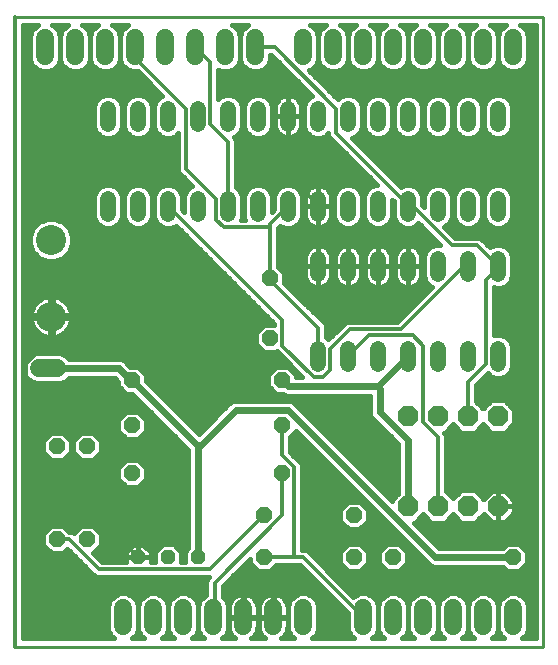
<source format=gbl>
G75*
%MOIN*%
%OFA0B0*%
%FSLAX25Y25*%
%IPPOS*%
%LPD*%
%AMOC8*
5,1,8,0,0,1.08239X$1,22.5*
%
%ADD10C,0.01000*%
%ADD11C,0.01200*%
%ADD12C,0.06000*%
%ADD13C,0.05200*%
%ADD14OC8,0.05200*%
%ADD15C,0.10000*%
%ADD16OC8,0.04756*%
%ADD17OC8,0.06800*%
%ADD18C,0.01600*%
%ADD19C,0.01400*%
%ADD20C,0.02400*%
D10*
X0078676Y0063307D02*
X0254676Y0063307D01*
X0254676Y0273307D01*
X0078676Y0273307D01*
D11*
X0078676Y0063307D01*
X0106676Y0089307D02*
X0143676Y0089307D01*
X0161676Y0107307D01*
X0171676Y0093307D02*
X0171676Y0123307D01*
X0167676Y0127307D01*
X0167676Y0137307D01*
X0178176Y0153307D02*
X0167676Y0163807D01*
X0167676Y0172307D01*
X0129676Y0210307D01*
X0135676Y0222807D02*
X0145676Y0212807D01*
X0145676Y0205807D01*
X0148176Y0203307D01*
X0163676Y0203307D01*
X0163676Y0186307D01*
X0163676Y0185807D01*
X0179676Y0169807D01*
X0179676Y0160307D01*
X0183676Y0162807D02*
X0183676Y0155807D01*
X0181176Y0153307D01*
X0178176Y0153307D01*
X0183676Y0162807D02*
X0190176Y0169307D01*
X0207176Y0169307D01*
X0228176Y0190307D01*
X0229676Y0190307D01*
X0235676Y0185807D02*
X0239676Y0189807D01*
X0239676Y0190307D01*
X0232676Y0197307D01*
X0224176Y0197307D01*
X0211176Y0210307D01*
X0209676Y0210307D01*
X0209676Y0210807D01*
X0185676Y0234807D01*
X0185676Y0242807D01*
X0165176Y0263307D01*
X0158676Y0263307D01*
X0143676Y0258307D02*
X0138676Y0263307D01*
X0143676Y0258307D02*
X0143676Y0237807D01*
X0149676Y0231807D01*
X0149676Y0210307D01*
X0163676Y0204307D02*
X0163676Y0203307D01*
X0163676Y0204307D02*
X0169676Y0210307D01*
X0179676Y0210307D02*
X0179676Y0210807D01*
X0169676Y0220807D01*
X0169676Y0240307D01*
X0179676Y0210307D02*
X0179676Y0190307D01*
X0199676Y0190307D02*
X0209676Y0190307D01*
X0211176Y0167307D02*
X0196676Y0167307D01*
X0189676Y0160307D01*
X0211176Y0167307D02*
X0214676Y0163807D01*
X0214676Y0138307D01*
X0219676Y0133307D01*
X0219676Y0110307D01*
X0229676Y0140307D02*
X0229676Y0151807D01*
X0235676Y0157807D01*
X0235676Y0185807D01*
X0174676Y0093307D02*
X0171676Y0093307D01*
X0161676Y0093307D01*
X0174676Y0093307D02*
X0194676Y0073307D01*
X0119676Y0093307D02*
X0082176Y0130807D01*
X0082176Y0157807D01*
X0090676Y0166307D01*
X0090676Y0173512D01*
X0135676Y0222807D02*
X0135676Y0242807D01*
X0118676Y0259807D01*
X0118676Y0263307D01*
X0096676Y0099307D02*
X0092676Y0099307D01*
X0096676Y0099307D02*
X0106676Y0089307D01*
D12*
X0114699Y0076307D02*
X0114699Y0070307D01*
X0124699Y0070307D02*
X0124699Y0076307D01*
X0134699Y0076307D02*
X0134699Y0070307D01*
X0144699Y0070307D02*
X0144699Y0076307D01*
X0154699Y0076307D02*
X0154699Y0070307D01*
X0164699Y0070307D02*
X0164699Y0076307D01*
X0174699Y0076307D02*
X0174699Y0070307D01*
X0194676Y0070307D02*
X0194676Y0076307D01*
X0204676Y0076307D02*
X0204676Y0070307D01*
X0214676Y0070307D02*
X0214676Y0076307D01*
X0224676Y0076307D02*
X0224676Y0070307D01*
X0234676Y0070307D02*
X0234676Y0076307D01*
X0244676Y0076307D02*
X0244676Y0070307D01*
X0092676Y0156307D02*
X0086676Y0156307D01*
X0088676Y0260307D02*
X0088676Y0266307D01*
X0098676Y0266307D02*
X0098676Y0260307D01*
X0108676Y0260307D02*
X0108676Y0266307D01*
X0118676Y0266307D02*
X0118676Y0260307D01*
X0128676Y0260307D02*
X0128676Y0266307D01*
X0138676Y0266307D02*
X0138676Y0260307D01*
X0148676Y0260307D02*
X0148676Y0266307D01*
X0158676Y0266307D02*
X0158676Y0260307D01*
X0174676Y0260307D02*
X0174676Y0266307D01*
X0184676Y0266307D02*
X0184676Y0260307D01*
X0194676Y0260307D02*
X0194676Y0266307D01*
X0204676Y0266307D02*
X0204676Y0260307D01*
X0214676Y0260307D02*
X0214676Y0266307D01*
X0224676Y0266307D02*
X0224676Y0260307D01*
X0234676Y0260307D02*
X0234676Y0266307D01*
X0244676Y0266307D02*
X0244676Y0260307D01*
D13*
X0239676Y0242907D02*
X0239676Y0237707D01*
X0229676Y0237707D02*
X0229676Y0242907D01*
X0219676Y0242907D02*
X0219676Y0237707D01*
X0209676Y0237707D02*
X0209676Y0242907D01*
X0199676Y0242907D02*
X0199676Y0237707D01*
X0189676Y0237707D02*
X0189676Y0242907D01*
X0179676Y0242907D02*
X0179676Y0237707D01*
X0169676Y0237707D02*
X0169676Y0242907D01*
X0159676Y0242907D02*
X0159676Y0237707D01*
X0149676Y0237707D02*
X0149676Y0242907D01*
X0139676Y0242907D02*
X0139676Y0237707D01*
X0129676Y0237707D02*
X0129676Y0242907D01*
X0119676Y0242907D02*
X0119676Y0237707D01*
X0109676Y0237707D02*
X0109676Y0242907D01*
X0109676Y0212907D02*
X0109676Y0207707D01*
X0119676Y0207707D02*
X0119676Y0212907D01*
X0129676Y0212907D02*
X0129676Y0207707D01*
X0139676Y0207707D02*
X0139676Y0212907D01*
X0149676Y0212907D02*
X0149676Y0207707D01*
X0159676Y0207707D02*
X0159676Y0212907D01*
X0169676Y0212907D02*
X0169676Y0207707D01*
X0179676Y0207707D02*
X0179676Y0212907D01*
X0189676Y0212907D02*
X0189676Y0207707D01*
X0199676Y0207707D02*
X0199676Y0212907D01*
X0209676Y0212907D02*
X0209676Y0207707D01*
X0219676Y0207707D02*
X0219676Y0212907D01*
X0229676Y0212907D02*
X0229676Y0207707D01*
X0239676Y0207707D02*
X0239676Y0212907D01*
X0239676Y0192907D02*
X0239676Y0187707D01*
X0229676Y0187707D02*
X0229676Y0192907D01*
X0219676Y0192907D02*
X0219676Y0187707D01*
X0209676Y0187707D02*
X0209676Y0192907D01*
X0199676Y0192907D02*
X0199676Y0187707D01*
X0189676Y0187707D02*
X0189676Y0192907D01*
X0179676Y0192907D02*
X0179676Y0187707D01*
X0179676Y0162907D02*
X0179676Y0157707D01*
X0189676Y0157707D02*
X0189676Y0162907D01*
X0199676Y0162907D02*
X0199676Y0157707D01*
X0209676Y0157707D02*
X0209676Y0162907D01*
X0219676Y0162907D02*
X0219676Y0157707D01*
X0229676Y0157707D02*
X0229676Y0162907D01*
X0239676Y0162907D02*
X0239676Y0157707D01*
D14*
X0191676Y0107307D03*
X0191676Y0093307D03*
X0204676Y0093307D03*
X0167676Y0121307D03*
X0161676Y0107307D03*
X0161676Y0093307D03*
X0117676Y0121307D03*
X0117676Y0137307D03*
X0117676Y0152307D03*
X0102676Y0130307D03*
X0092676Y0130307D03*
X0092676Y0099307D03*
X0102676Y0099307D03*
X0167676Y0137307D03*
X0167676Y0152307D03*
X0163676Y0166307D03*
X0163676Y0186307D03*
X0244676Y0093307D03*
D15*
X0090676Y0173512D03*
X0090676Y0199102D03*
D16*
X0119676Y0093307D03*
X0129676Y0093307D03*
X0139676Y0093307D03*
D17*
X0209676Y0110307D03*
X0219676Y0110307D03*
X0229676Y0110307D03*
X0239676Y0110307D03*
X0239676Y0140307D03*
X0229676Y0140307D03*
X0219676Y0140307D03*
X0209676Y0140307D03*
D18*
X0203816Y0133642D02*
X0182867Y0133642D01*
X0184465Y0132043D02*
X0205414Y0132043D01*
X0206476Y0130982D02*
X0206476Y0114744D01*
X0204276Y0112544D01*
X0204276Y0112233D01*
X0172388Y0144120D01*
X0171488Y0145020D01*
X0170312Y0145507D01*
X0151539Y0145507D01*
X0150363Y0145020D01*
X0139926Y0134583D01*
X0122276Y0152233D01*
X0122276Y0154212D01*
X0119581Y0156907D01*
X0117101Y0156907D01*
X0114988Y0159020D01*
X0113812Y0159507D01*
X0096547Y0159507D01*
X0095508Y0160546D01*
X0093670Y0161307D01*
X0085681Y0161307D01*
X0083843Y0160546D01*
X0082437Y0159139D01*
X0081676Y0157302D01*
X0081676Y0155313D01*
X0082437Y0153475D01*
X0083843Y0152068D01*
X0085681Y0151307D01*
X0093670Y0151307D01*
X0095508Y0152068D01*
X0096547Y0153107D01*
X0111850Y0153107D01*
X0113076Y0151882D01*
X0113076Y0150402D01*
X0115770Y0147707D01*
X0117750Y0147707D01*
X0136476Y0128982D01*
X0136476Y0096298D01*
X0135298Y0095120D01*
X0135298Y0091907D01*
X0134054Y0091907D01*
X0134054Y0095120D01*
X0131489Y0097685D01*
X0127862Y0097685D01*
X0125298Y0095120D01*
X0125298Y0091907D01*
X0123854Y0091907D01*
X0123854Y0093307D01*
X0119676Y0093307D01*
X0119676Y0093307D01*
X0123854Y0093307D01*
X0123854Y0095038D01*
X0121406Y0097485D01*
X0119676Y0097485D01*
X0119676Y0093307D01*
X0119676Y0093307D01*
X0119676Y0097485D01*
X0117945Y0097485D01*
X0115498Y0095038D01*
X0115498Y0093307D01*
X0115498Y0091907D01*
X0107753Y0091907D01*
X0104767Y0094893D01*
X0107276Y0097402D01*
X0107276Y0101212D01*
X0104581Y0103907D01*
X0100770Y0103907D01*
X0098261Y0101398D01*
X0098148Y0101511D01*
X0097193Y0101907D01*
X0096581Y0101907D01*
X0094581Y0103907D01*
X0090770Y0103907D01*
X0088076Y0101212D01*
X0088076Y0097402D01*
X0090770Y0094707D01*
X0094581Y0094707D01*
X0096090Y0096216D01*
X0104471Y0087834D01*
X0105203Y0087103D01*
X0106158Y0086707D01*
X0143257Y0086707D01*
X0142887Y0086337D01*
X0142476Y0085344D01*
X0142476Y0080798D01*
X0141867Y0080546D01*
X0140460Y0079139D01*
X0139699Y0077302D01*
X0138938Y0079139D01*
X0137531Y0080546D01*
X0135694Y0081307D01*
X0133705Y0081307D01*
X0131867Y0080546D01*
X0130460Y0079139D01*
X0129699Y0077302D01*
X0128938Y0079139D01*
X0127531Y0080546D01*
X0125694Y0081307D01*
X0123705Y0081307D01*
X0121867Y0080546D01*
X0120460Y0079139D01*
X0119699Y0077302D01*
X0118938Y0079139D01*
X0117531Y0080546D01*
X0115694Y0081307D01*
X0113705Y0081307D01*
X0111867Y0080546D01*
X0110460Y0079139D01*
X0109699Y0077302D01*
X0109699Y0069313D01*
X0110460Y0067475D01*
X0111628Y0066307D01*
X0081276Y0066307D01*
X0081276Y0270807D01*
X0086474Y0270807D01*
X0085843Y0270546D01*
X0084437Y0269139D01*
X0083676Y0267302D01*
X0083676Y0259313D01*
X0084437Y0257475D01*
X0085843Y0256068D01*
X0087681Y0255307D01*
X0089670Y0255307D01*
X0091508Y0256068D01*
X0092914Y0257475D01*
X0093676Y0259313D01*
X0094437Y0257475D01*
X0095843Y0256068D01*
X0097681Y0255307D01*
X0099670Y0255307D01*
X0101508Y0256068D01*
X0102914Y0257475D01*
X0103676Y0259313D01*
X0104437Y0257475D01*
X0105843Y0256068D01*
X0107681Y0255307D01*
X0109670Y0255307D01*
X0111508Y0256068D01*
X0112914Y0257475D01*
X0113676Y0259313D01*
X0114437Y0257475D01*
X0115843Y0256068D01*
X0117681Y0255307D01*
X0119499Y0255307D01*
X0127727Y0247079D01*
X0127070Y0246807D01*
X0125776Y0245513D01*
X0125076Y0243822D01*
X0125076Y0236792D01*
X0125776Y0235101D01*
X0127070Y0233807D01*
X0128761Y0233107D01*
X0130591Y0233107D01*
X0132281Y0233807D01*
X0133076Y0234602D01*
X0133076Y0222290D01*
X0133471Y0221334D01*
X0137727Y0217079D01*
X0137070Y0216807D01*
X0135776Y0215513D01*
X0135076Y0213822D01*
X0135076Y0208584D01*
X0134276Y0209384D01*
X0134276Y0213822D01*
X0133575Y0215513D01*
X0132281Y0216807D01*
X0130591Y0217507D01*
X0128761Y0217507D01*
X0127070Y0216807D01*
X0125776Y0215513D01*
X0125076Y0213822D01*
X0125076Y0206792D01*
X0125776Y0205101D01*
X0127070Y0203807D01*
X0128761Y0203107D01*
X0130591Y0203107D01*
X0132281Y0203807D01*
X0132390Y0203916D01*
X0165076Y0171230D01*
X0165076Y0170907D01*
X0161770Y0170907D01*
X0159076Y0168212D01*
X0159076Y0164402D01*
X0161770Y0161707D01*
X0165581Y0161707D01*
X0165840Y0161966D01*
X0166203Y0161603D01*
X0174299Y0153507D01*
X0172276Y0153507D01*
X0172276Y0154212D01*
X0169581Y0156907D01*
X0165770Y0156907D01*
X0163076Y0154212D01*
X0163076Y0150402D01*
X0165770Y0147707D01*
X0167750Y0147707D01*
X0167863Y0147594D01*
X0169039Y0147107D01*
X0196976Y0147107D01*
X0196976Y0141171D01*
X0197463Y0139994D01*
X0198363Y0139094D01*
X0206476Y0130982D01*
X0206476Y0130445D02*
X0186064Y0130445D01*
X0187662Y0128846D02*
X0206476Y0128846D01*
X0206476Y0127248D02*
X0189261Y0127248D01*
X0190859Y0125649D02*
X0206476Y0125649D01*
X0206476Y0124051D02*
X0192458Y0124051D01*
X0194056Y0122452D02*
X0206476Y0122452D01*
X0206476Y0120853D02*
X0195655Y0120853D01*
X0197253Y0119255D02*
X0206476Y0119255D01*
X0206476Y0117656D02*
X0198852Y0117656D01*
X0200450Y0116058D02*
X0206476Y0116058D01*
X0206191Y0114459D02*
X0202049Y0114459D01*
X0203647Y0112861D02*
X0204593Y0112861D01*
X0199392Y0108065D02*
X0196276Y0108065D01*
X0196276Y0109212D02*
X0193581Y0111907D01*
X0189770Y0111907D01*
X0187076Y0109212D01*
X0187076Y0105402D01*
X0189770Y0102707D01*
X0193581Y0102707D01*
X0196276Y0105402D01*
X0196276Y0109212D01*
X0195824Y0109664D02*
X0197793Y0109664D01*
X0196195Y0111262D02*
X0194226Y0111262D01*
X0194596Y0112861D02*
X0174276Y0112861D01*
X0174276Y0114459D02*
X0192998Y0114459D01*
X0191399Y0116058D02*
X0174276Y0116058D01*
X0174276Y0117656D02*
X0189801Y0117656D01*
X0188202Y0119255D02*
X0174276Y0119255D01*
X0174276Y0120853D02*
X0186604Y0120853D01*
X0185005Y0122452D02*
X0174276Y0122452D01*
X0174276Y0123824D02*
X0173880Y0124780D01*
X0173148Y0125511D01*
X0170276Y0128384D01*
X0170276Y0133402D01*
X0172166Y0135292D01*
X0216863Y0090594D01*
X0218039Y0090107D01*
X0241370Y0090107D01*
X0242770Y0088707D01*
X0246581Y0088707D01*
X0249276Y0091402D01*
X0249276Y0095212D01*
X0246581Y0097907D01*
X0242770Y0097907D01*
X0241370Y0096507D01*
X0220001Y0096507D01*
X0211601Y0104907D01*
X0211912Y0104907D01*
X0214676Y0107670D01*
X0217439Y0104907D01*
X0221912Y0104907D01*
X0224676Y0107670D01*
X0227439Y0104907D01*
X0231912Y0104907D01*
X0234817Y0107812D01*
X0237522Y0105107D01*
X0239676Y0105107D01*
X0241829Y0105107D01*
X0244876Y0108153D01*
X0244876Y0110307D01*
X0239676Y0110307D01*
X0239676Y0110307D01*
X0244876Y0110307D01*
X0244876Y0112461D01*
X0241829Y0115507D01*
X0239676Y0115507D01*
X0239676Y0110307D01*
X0239676Y0105107D01*
X0239676Y0110307D01*
X0239676Y0110307D01*
X0239676Y0110307D01*
X0239676Y0115507D01*
X0237522Y0115507D01*
X0234817Y0112802D01*
X0231912Y0115707D01*
X0227439Y0115707D01*
X0224676Y0112944D01*
X0222276Y0115344D01*
X0222276Y0133824D01*
X0221880Y0134780D01*
X0221753Y0134907D01*
X0221912Y0134907D01*
X0224676Y0137670D01*
X0227439Y0134907D01*
X0231912Y0134907D01*
X0234676Y0137670D01*
X0237439Y0134907D01*
X0241912Y0134907D01*
X0245076Y0138070D01*
X0245076Y0142544D01*
X0241912Y0145707D01*
X0237439Y0145707D01*
X0234676Y0142944D01*
X0232276Y0145344D01*
X0232276Y0150730D01*
X0236211Y0154666D01*
X0237070Y0153807D01*
X0238761Y0153107D01*
X0240591Y0153107D01*
X0242281Y0153807D01*
X0243575Y0155101D01*
X0244276Y0156792D01*
X0244276Y0163822D01*
X0243575Y0165513D01*
X0242281Y0166807D01*
X0240591Y0167507D01*
X0238761Y0167507D01*
X0238276Y0167306D01*
X0238276Y0183308D01*
X0238761Y0183107D01*
X0240591Y0183107D01*
X0242281Y0183807D01*
X0243575Y0185101D01*
X0244276Y0186792D01*
X0244276Y0193822D01*
X0243575Y0195513D01*
X0242281Y0196807D01*
X0240591Y0197507D01*
X0238761Y0197507D01*
X0237070Y0196807D01*
X0236961Y0196698D01*
X0234148Y0199511D01*
X0233193Y0199907D01*
X0225253Y0199907D01*
X0221624Y0203535D01*
X0222281Y0203807D01*
X0223575Y0205101D01*
X0224276Y0206792D01*
X0224276Y0213822D01*
X0223575Y0215513D01*
X0222281Y0216807D01*
X0220591Y0217507D01*
X0218761Y0217507D01*
X0217070Y0216807D01*
X0215776Y0215513D01*
X0215076Y0213822D01*
X0215076Y0210084D01*
X0214276Y0210884D01*
X0214276Y0213822D01*
X0213575Y0215513D01*
X0212281Y0216807D01*
X0210591Y0217507D01*
X0208761Y0217507D01*
X0207270Y0216890D01*
X0190917Y0233242D01*
X0192281Y0233807D01*
X0193575Y0235101D01*
X0194276Y0236792D01*
X0194276Y0243822D01*
X0193575Y0245513D01*
X0192281Y0246807D01*
X0190591Y0247507D01*
X0188761Y0247507D01*
X0187070Y0246807D01*
X0186211Y0245948D01*
X0176506Y0255653D01*
X0177508Y0256068D01*
X0178914Y0257475D01*
X0179676Y0259313D01*
X0180437Y0257475D01*
X0181843Y0256068D01*
X0183681Y0255307D01*
X0185670Y0255307D01*
X0187508Y0256068D01*
X0188914Y0257475D01*
X0189676Y0259313D01*
X0190437Y0257475D01*
X0191843Y0256068D01*
X0193681Y0255307D01*
X0195670Y0255307D01*
X0197508Y0256068D01*
X0198914Y0257475D01*
X0199676Y0259313D01*
X0200437Y0257475D01*
X0201843Y0256068D01*
X0203681Y0255307D01*
X0205670Y0255307D01*
X0207508Y0256068D01*
X0208914Y0257475D01*
X0209676Y0259313D01*
X0210437Y0257475D01*
X0211843Y0256068D01*
X0213681Y0255307D01*
X0215670Y0255307D01*
X0217508Y0256068D01*
X0218914Y0257475D01*
X0219676Y0259313D01*
X0220437Y0257475D01*
X0221843Y0256068D01*
X0223681Y0255307D01*
X0225670Y0255307D01*
X0227508Y0256068D01*
X0228914Y0257475D01*
X0229676Y0259313D01*
X0230437Y0257475D01*
X0231843Y0256068D01*
X0233681Y0255307D01*
X0235670Y0255307D01*
X0237508Y0256068D01*
X0238914Y0257475D01*
X0239676Y0259313D01*
X0240437Y0257475D01*
X0241843Y0256068D01*
X0243681Y0255307D01*
X0245670Y0255307D01*
X0247508Y0256068D01*
X0248914Y0257475D01*
X0249676Y0259313D01*
X0249676Y0267302D01*
X0248914Y0269139D01*
X0247508Y0270546D01*
X0246877Y0270807D01*
X0252176Y0270807D01*
X0252176Y0066307D01*
X0247747Y0066307D01*
X0248914Y0067475D01*
X0249676Y0069313D01*
X0249676Y0077302D01*
X0248914Y0079139D01*
X0247508Y0080546D01*
X0245670Y0081307D01*
X0243681Y0081307D01*
X0241843Y0080546D01*
X0240437Y0079139D01*
X0239676Y0077302D01*
X0239676Y0069313D01*
X0240437Y0067475D01*
X0241605Y0066307D01*
X0237747Y0066307D01*
X0238914Y0067475D01*
X0239676Y0069313D01*
X0239676Y0077302D01*
X0238914Y0079139D01*
X0237508Y0080546D01*
X0235670Y0081307D01*
X0233681Y0081307D01*
X0231843Y0080546D01*
X0230437Y0079139D01*
X0229676Y0077302D01*
X0229676Y0069313D01*
X0230437Y0067475D01*
X0231605Y0066307D01*
X0227747Y0066307D01*
X0228914Y0067475D01*
X0229676Y0069313D01*
X0229676Y0077302D01*
X0228914Y0079139D01*
X0227508Y0080546D01*
X0225670Y0081307D01*
X0223681Y0081307D01*
X0221843Y0080546D01*
X0220437Y0079139D01*
X0219676Y0077302D01*
X0219676Y0069313D01*
X0220437Y0067475D01*
X0221605Y0066307D01*
X0217747Y0066307D01*
X0218914Y0067475D01*
X0219676Y0069313D01*
X0219676Y0077302D01*
X0218914Y0079139D01*
X0217508Y0080546D01*
X0215670Y0081307D01*
X0213681Y0081307D01*
X0211843Y0080546D01*
X0210437Y0079139D01*
X0209676Y0077302D01*
X0209676Y0069313D01*
X0210437Y0067475D01*
X0211605Y0066307D01*
X0207747Y0066307D01*
X0208914Y0067475D01*
X0209676Y0069313D01*
X0209676Y0077302D01*
X0208914Y0079139D01*
X0207508Y0080546D01*
X0205670Y0081307D01*
X0203681Y0081307D01*
X0201843Y0080546D01*
X0200437Y0079139D01*
X0199676Y0077302D01*
X0199676Y0069313D01*
X0200437Y0067475D01*
X0201605Y0066307D01*
X0197747Y0066307D01*
X0198914Y0067475D01*
X0199676Y0069313D01*
X0199676Y0077302D01*
X0198914Y0079139D01*
X0197508Y0080546D01*
X0195670Y0081307D01*
X0193681Y0081307D01*
X0191843Y0080546D01*
X0191479Y0080181D01*
X0176148Y0095511D01*
X0175193Y0095907D01*
X0174276Y0095907D01*
X0174276Y0123824D01*
X0174182Y0124051D02*
X0183407Y0124051D01*
X0181808Y0125649D02*
X0173011Y0125649D01*
X0171412Y0127248D02*
X0180210Y0127248D01*
X0178611Y0128846D02*
X0170276Y0128846D01*
X0170276Y0130445D02*
X0177013Y0130445D01*
X0175414Y0132043D02*
X0170276Y0132043D01*
X0170515Y0133642D02*
X0173816Y0133642D01*
X0172217Y0135240D02*
X0172114Y0135240D01*
X0176473Y0140036D02*
X0197446Y0140036D01*
X0196976Y0141634D02*
X0174874Y0141634D01*
X0173275Y0143233D02*
X0196976Y0143233D01*
X0196976Y0144831D02*
X0171677Y0144831D01*
X0178071Y0138437D02*
X0199020Y0138437D01*
X0200619Y0136839D02*
X0179670Y0136839D01*
X0181268Y0135240D02*
X0202217Y0135240D01*
X0196976Y0146430D02*
X0128078Y0146430D01*
X0126480Y0148028D02*
X0165449Y0148028D01*
X0163851Y0149627D02*
X0124881Y0149627D01*
X0123283Y0151225D02*
X0163076Y0151225D01*
X0163076Y0152824D02*
X0122276Y0152824D01*
X0122066Y0154422D02*
X0163285Y0154422D01*
X0164884Y0156021D02*
X0120467Y0156021D01*
X0116389Y0157619D02*
X0170186Y0157619D01*
X0170467Y0156021D02*
X0171785Y0156021D01*
X0172066Y0154422D02*
X0173383Y0154422D01*
X0168588Y0159218D02*
X0114511Y0159218D01*
X0112133Y0152824D02*
X0096263Y0152824D01*
X0094855Y0160816D02*
X0166989Y0160816D01*
X0161063Y0162415D02*
X0081276Y0162415D01*
X0081276Y0164013D02*
X0159464Y0164013D01*
X0159076Y0165612D02*
X0081276Y0165612D01*
X0081276Y0167210D02*
X0088119Y0167210D01*
X0088485Y0167059D02*
X0089346Y0166828D01*
X0090196Y0166716D01*
X0090196Y0173032D01*
X0091155Y0173032D01*
X0091155Y0166716D01*
X0092005Y0166828D01*
X0092866Y0167059D01*
X0093690Y0167400D01*
X0094462Y0167846D01*
X0095169Y0168388D01*
X0095799Y0169019D01*
X0096342Y0169726D01*
X0096787Y0170498D01*
X0097129Y0171321D01*
X0097359Y0172182D01*
X0097471Y0173032D01*
X0091155Y0173032D01*
X0091155Y0173991D01*
X0097471Y0173991D01*
X0097359Y0174841D01*
X0097129Y0175702D01*
X0096787Y0176526D01*
X0096342Y0177298D01*
X0095799Y0178005D01*
X0095169Y0178635D01*
X0094462Y0179178D01*
X0093690Y0179624D01*
X0092866Y0179965D01*
X0092005Y0180195D01*
X0091155Y0180307D01*
X0091155Y0173991D01*
X0090196Y0173991D01*
X0090196Y0173032D01*
X0083880Y0173032D01*
X0083992Y0172182D01*
X0084223Y0171321D01*
X0084564Y0170498D01*
X0085009Y0169726D01*
X0085552Y0169019D01*
X0086182Y0168388D01*
X0086890Y0167846D01*
X0087662Y0167400D01*
X0088485Y0167059D01*
X0090196Y0167210D02*
X0091155Y0167210D01*
X0091155Y0168809D02*
X0090196Y0168809D01*
X0090196Y0170407D02*
X0091155Y0170407D01*
X0091155Y0172006D02*
X0090196Y0172006D01*
X0090196Y0173604D02*
X0081276Y0173604D01*
X0081276Y0172006D02*
X0084039Y0172006D01*
X0084616Y0170407D02*
X0081276Y0170407D01*
X0081276Y0168809D02*
X0085762Y0168809D01*
X0083880Y0173991D02*
X0090196Y0173991D01*
X0090196Y0180307D01*
X0089346Y0180195D01*
X0088485Y0179965D01*
X0087662Y0179624D01*
X0086890Y0179178D01*
X0086182Y0178635D01*
X0085552Y0178005D01*
X0085009Y0177298D01*
X0084564Y0176526D01*
X0084223Y0175702D01*
X0083992Y0174841D01*
X0083880Y0173991D01*
X0084089Y0175203D02*
X0081276Y0175203D01*
X0081276Y0176801D02*
X0084723Y0176801D01*
X0085947Y0178400D02*
X0081276Y0178400D01*
X0081276Y0179998D02*
X0088611Y0179998D01*
X0090196Y0179998D02*
X0091155Y0179998D01*
X0092740Y0179998D02*
X0156307Y0179998D01*
X0157906Y0178400D02*
X0095404Y0178400D01*
X0096628Y0176801D02*
X0159504Y0176801D01*
X0161103Y0175203D02*
X0097262Y0175203D01*
X0097312Y0172006D02*
X0164300Y0172006D01*
X0162701Y0173604D02*
X0091155Y0173604D01*
X0091155Y0175203D02*
X0090196Y0175203D01*
X0090196Y0176801D02*
X0091155Y0176801D01*
X0091155Y0178400D02*
X0090196Y0178400D01*
X0081276Y0181597D02*
X0154709Y0181597D01*
X0153110Y0183195D02*
X0081276Y0183195D01*
X0081276Y0184794D02*
X0151512Y0184794D01*
X0149913Y0186392D02*
X0081276Y0186392D01*
X0081276Y0187991D02*
X0148315Y0187991D01*
X0146716Y0189589D02*
X0081276Y0189589D01*
X0081276Y0191188D02*
X0145118Y0191188D01*
X0143519Y0192787D02*
X0093720Y0192787D01*
X0094641Y0193168D02*
X0092068Y0192102D01*
X0089283Y0192102D01*
X0086710Y0193168D01*
X0084741Y0195137D01*
X0083676Y0197710D01*
X0083676Y0200495D01*
X0084741Y0203068D01*
X0086710Y0205037D01*
X0089283Y0206102D01*
X0092068Y0206102D01*
X0094641Y0205037D01*
X0096610Y0203068D01*
X0097676Y0200495D01*
X0097676Y0197710D01*
X0096610Y0195137D01*
X0094641Y0193168D01*
X0095858Y0194385D02*
X0141921Y0194385D01*
X0140322Y0195984D02*
X0096960Y0195984D01*
X0097623Y0197582D02*
X0138724Y0197582D01*
X0137125Y0199181D02*
X0097676Y0199181D01*
X0097558Y0200779D02*
X0135527Y0200779D01*
X0133928Y0202378D02*
X0096896Y0202378D01*
X0095701Y0203976D02*
X0106901Y0203976D01*
X0107070Y0203807D02*
X0108761Y0203107D01*
X0110591Y0203107D01*
X0112281Y0203807D01*
X0113575Y0205101D01*
X0114276Y0206792D01*
X0114276Y0213822D01*
X0113575Y0215513D01*
X0112281Y0216807D01*
X0110591Y0217507D01*
X0108761Y0217507D01*
X0107070Y0216807D01*
X0105776Y0215513D01*
X0105076Y0213822D01*
X0105076Y0206792D01*
X0105776Y0205101D01*
X0107070Y0203807D01*
X0105580Y0205575D02*
X0093342Y0205575D01*
X0088009Y0205575D02*
X0081276Y0205575D01*
X0081276Y0207173D02*
X0105076Y0207173D01*
X0105076Y0208772D02*
X0081276Y0208772D01*
X0081276Y0210370D02*
X0105076Y0210370D01*
X0105076Y0211969D02*
X0081276Y0211969D01*
X0081276Y0213567D02*
X0105076Y0213567D01*
X0105632Y0215166D02*
X0081276Y0215166D01*
X0081276Y0216764D02*
X0107027Y0216764D01*
X0112324Y0216764D02*
X0117027Y0216764D01*
X0117070Y0216807D02*
X0115776Y0215513D01*
X0115076Y0213822D01*
X0115076Y0206792D01*
X0115776Y0205101D01*
X0117070Y0203807D01*
X0118761Y0203107D01*
X0120591Y0203107D01*
X0122281Y0203807D01*
X0123575Y0205101D01*
X0124276Y0206792D01*
X0124276Y0213822D01*
X0123575Y0215513D01*
X0122281Y0216807D01*
X0120591Y0217507D01*
X0118761Y0217507D01*
X0117070Y0216807D01*
X0115632Y0215166D02*
X0113719Y0215166D01*
X0114276Y0213567D02*
X0115076Y0213567D01*
X0115076Y0211969D02*
X0114276Y0211969D01*
X0114276Y0210370D02*
X0115076Y0210370D01*
X0115076Y0208772D02*
X0114276Y0208772D01*
X0114276Y0207173D02*
X0115076Y0207173D01*
X0115580Y0205575D02*
X0113771Y0205575D01*
X0112450Y0203976D02*
X0116901Y0203976D01*
X0122450Y0203976D02*
X0126901Y0203976D01*
X0125580Y0205575D02*
X0123771Y0205575D01*
X0124276Y0207173D02*
X0125076Y0207173D01*
X0125076Y0208772D02*
X0124276Y0208772D01*
X0124276Y0210370D02*
X0125076Y0210370D01*
X0125076Y0211969D02*
X0124276Y0211969D01*
X0124276Y0213567D02*
X0125076Y0213567D01*
X0125632Y0215166D02*
X0123719Y0215166D01*
X0122324Y0216764D02*
X0127027Y0216764D01*
X0132324Y0216764D02*
X0137027Y0216764D01*
X0136443Y0218363D02*
X0081276Y0218363D01*
X0081276Y0219961D02*
X0134845Y0219961D01*
X0133378Y0221560D02*
X0081276Y0221560D01*
X0081276Y0223158D02*
X0133076Y0223158D01*
X0133076Y0224757D02*
X0081276Y0224757D01*
X0081276Y0226355D02*
X0133076Y0226355D01*
X0133076Y0227954D02*
X0081276Y0227954D01*
X0081276Y0229552D02*
X0133076Y0229552D01*
X0133076Y0231151D02*
X0081276Y0231151D01*
X0081276Y0232749D02*
X0133076Y0232749D01*
X0133076Y0234348D02*
X0132822Y0234348D01*
X0126529Y0234348D02*
X0122822Y0234348D01*
X0122281Y0233807D02*
X0123575Y0235101D01*
X0124276Y0236792D01*
X0124276Y0243822D01*
X0123575Y0245513D01*
X0122281Y0246807D01*
X0120591Y0247507D01*
X0118761Y0247507D01*
X0117070Y0246807D01*
X0115776Y0245513D01*
X0115076Y0243822D01*
X0115076Y0236792D01*
X0115776Y0235101D01*
X0117070Y0233807D01*
X0118761Y0233107D01*
X0120591Y0233107D01*
X0122281Y0233807D01*
X0123925Y0235946D02*
X0125426Y0235946D01*
X0125076Y0237545D02*
X0124276Y0237545D01*
X0124276Y0239143D02*
X0125076Y0239143D01*
X0125076Y0240742D02*
X0124276Y0240742D01*
X0124276Y0242340D02*
X0125076Y0242340D01*
X0125124Y0243939D02*
X0124227Y0243939D01*
X0123551Y0245537D02*
X0125801Y0245537D01*
X0127670Y0247136D02*
X0121487Y0247136D01*
X0117864Y0247136D02*
X0111487Y0247136D01*
X0112281Y0246807D02*
X0110591Y0247507D01*
X0108761Y0247507D01*
X0107070Y0246807D01*
X0105776Y0245513D01*
X0105076Y0243822D01*
X0105076Y0236792D01*
X0105776Y0235101D01*
X0107070Y0233807D01*
X0108761Y0233107D01*
X0110591Y0233107D01*
X0112281Y0233807D01*
X0113575Y0235101D01*
X0114276Y0236792D01*
X0114276Y0243822D01*
X0113575Y0245513D01*
X0112281Y0246807D01*
X0113551Y0245537D02*
X0115801Y0245537D01*
X0115124Y0243939D02*
X0114227Y0243939D01*
X0114276Y0242340D02*
X0115076Y0242340D01*
X0115076Y0240742D02*
X0114276Y0240742D01*
X0114276Y0239143D02*
X0115076Y0239143D01*
X0115076Y0237545D02*
X0114276Y0237545D01*
X0113925Y0235946D02*
X0115426Y0235946D01*
X0116529Y0234348D02*
X0112822Y0234348D01*
X0106529Y0234348D02*
X0081276Y0234348D01*
X0081276Y0235946D02*
X0105426Y0235946D01*
X0105076Y0237545D02*
X0081276Y0237545D01*
X0081276Y0239143D02*
X0105076Y0239143D01*
X0105076Y0240742D02*
X0081276Y0240742D01*
X0081276Y0242340D02*
X0105076Y0242340D01*
X0105124Y0243939D02*
X0081276Y0243939D01*
X0081276Y0245537D02*
X0105801Y0245537D01*
X0107864Y0247136D02*
X0081276Y0247136D01*
X0081276Y0248734D02*
X0126071Y0248734D01*
X0124473Y0250333D02*
X0081276Y0250333D01*
X0081276Y0251931D02*
X0122874Y0251931D01*
X0121276Y0253530D02*
X0081276Y0253530D01*
X0081276Y0255128D02*
X0119677Y0255128D01*
X0115185Y0256727D02*
X0112167Y0256727D01*
X0113267Y0258325D02*
X0114084Y0258325D01*
X0113676Y0259313D02*
X0113676Y0267302D01*
X0114437Y0269139D01*
X0115843Y0270546D01*
X0116474Y0270807D01*
X0110877Y0270807D01*
X0111508Y0270546D01*
X0112914Y0269139D01*
X0113676Y0267302D01*
X0113676Y0259313D01*
X0113676Y0259924D02*
X0113676Y0259924D01*
X0113676Y0261522D02*
X0113676Y0261522D01*
X0113676Y0263121D02*
X0113676Y0263121D01*
X0113676Y0264720D02*
X0113676Y0264720D01*
X0113676Y0266318D02*
X0113676Y0266318D01*
X0113421Y0267917D02*
X0113930Y0267917D01*
X0114812Y0269515D02*
X0112539Y0269515D01*
X0106474Y0270807D02*
X0105843Y0270546D01*
X0104437Y0269139D01*
X0103676Y0267302D01*
X0103676Y0259313D01*
X0103676Y0267302D01*
X0102914Y0269139D01*
X0101508Y0270546D01*
X0100877Y0270807D01*
X0106474Y0270807D01*
X0104812Y0269515D02*
X0102539Y0269515D01*
X0103421Y0267917D02*
X0103930Y0267917D01*
X0103676Y0266318D02*
X0103676Y0266318D01*
X0103676Y0264720D02*
X0103676Y0264720D01*
X0103676Y0263121D02*
X0103676Y0263121D01*
X0103676Y0261522D02*
X0103676Y0261522D01*
X0103676Y0259924D02*
X0103676Y0259924D01*
X0103267Y0258325D02*
X0104084Y0258325D01*
X0105185Y0256727D02*
X0102167Y0256727D01*
X0095185Y0256727D02*
X0092167Y0256727D01*
X0093267Y0258325D02*
X0094084Y0258325D01*
X0093676Y0259313D02*
X0093676Y0267302D01*
X0094437Y0269139D01*
X0095843Y0270546D01*
X0096474Y0270807D01*
X0090877Y0270807D01*
X0091508Y0270546D01*
X0092914Y0269139D01*
X0093676Y0267302D01*
X0093676Y0259313D01*
X0093676Y0259924D02*
X0093676Y0259924D01*
X0093676Y0261522D02*
X0093676Y0261522D01*
X0093676Y0263121D02*
X0093676Y0263121D01*
X0093676Y0264720D02*
X0093676Y0264720D01*
X0093676Y0266318D02*
X0093676Y0266318D01*
X0093421Y0267917D02*
X0093930Y0267917D01*
X0094812Y0269515D02*
X0092539Y0269515D01*
X0084812Y0269515D02*
X0081276Y0269515D01*
X0081276Y0267917D02*
X0083930Y0267917D01*
X0083676Y0266318D02*
X0081276Y0266318D01*
X0081276Y0264720D02*
X0083676Y0264720D01*
X0083676Y0263121D02*
X0081276Y0263121D01*
X0081276Y0261522D02*
X0083676Y0261522D01*
X0083676Y0259924D02*
X0081276Y0259924D01*
X0081276Y0258325D02*
X0084084Y0258325D01*
X0085185Y0256727D02*
X0081276Y0256727D01*
X0133719Y0215166D02*
X0135632Y0215166D01*
X0135076Y0213567D02*
X0134276Y0213567D01*
X0134276Y0211969D02*
X0135076Y0211969D01*
X0135076Y0210370D02*
X0134276Y0210370D01*
X0134888Y0208772D02*
X0135076Y0208772D01*
X0152276Y0216809D02*
X0152276Y0232324D01*
X0151880Y0233280D01*
X0151624Y0233535D01*
X0152281Y0233807D01*
X0153575Y0235101D01*
X0154276Y0236792D01*
X0154276Y0243822D01*
X0153575Y0245513D01*
X0152281Y0246807D01*
X0150591Y0247507D01*
X0148761Y0247507D01*
X0147070Y0246807D01*
X0146276Y0246012D01*
X0146276Y0255889D01*
X0147681Y0255307D01*
X0149670Y0255307D01*
X0151508Y0256068D01*
X0152914Y0257475D01*
X0153676Y0259313D01*
X0154437Y0257475D01*
X0155843Y0256068D01*
X0157681Y0255307D01*
X0159670Y0255307D01*
X0161508Y0256068D01*
X0162914Y0257475D01*
X0163676Y0259313D01*
X0163676Y0260707D01*
X0164099Y0260707D01*
X0177727Y0247079D01*
X0177070Y0246807D01*
X0175776Y0245513D01*
X0175076Y0243822D01*
X0175076Y0236792D01*
X0175776Y0235101D01*
X0177070Y0233807D01*
X0178761Y0233107D01*
X0180591Y0233107D01*
X0182281Y0233807D01*
X0183076Y0234602D01*
X0183076Y0234290D01*
X0183471Y0233334D01*
X0199299Y0217507D01*
X0198761Y0217507D01*
X0197070Y0216807D01*
X0195776Y0215513D01*
X0195076Y0213822D01*
X0195076Y0206792D01*
X0195776Y0205101D01*
X0197070Y0203807D01*
X0198761Y0203107D01*
X0200591Y0203107D01*
X0202281Y0203807D01*
X0203575Y0205101D01*
X0204276Y0206792D01*
X0204276Y0212530D01*
X0205076Y0211730D01*
X0205076Y0206792D01*
X0205776Y0205101D01*
X0207070Y0203807D01*
X0208761Y0203107D01*
X0210591Y0203107D01*
X0212281Y0203807D01*
X0213140Y0204666D01*
X0220299Y0197507D01*
X0218761Y0197507D01*
X0217070Y0196807D01*
X0215776Y0195513D01*
X0215076Y0193822D01*
X0215076Y0186792D01*
X0215776Y0185101D01*
X0217070Y0183807D01*
X0217727Y0183535D01*
X0206099Y0171907D01*
X0189658Y0171907D01*
X0188703Y0171511D01*
X0187971Y0170780D01*
X0187971Y0170780D01*
X0183140Y0165948D01*
X0182281Y0166807D01*
X0182276Y0166809D01*
X0182276Y0170324D01*
X0181880Y0171280D01*
X0168276Y0184884D01*
X0168276Y0188212D01*
X0166276Y0190212D01*
X0166276Y0203230D01*
X0166961Y0203916D01*
X0167070Y0203807D01*
X0168761Y0203107D01*
X0170591Y0203107D01*
X0172281Y0203807D01*
X0173575Y0205101D01*
X0174276Y0206792D01*
X0174276Y0213822D01*
X0173575Y0215513D01*
X0172281Y0216807D01*
X0170591Y0217507D01*
X0168761Y0217507D01*
X0167070Y0216807D01*
X0165776Y0215513D01*
X0165076Y0213822D01*
X0165076Y0209384D01*
X0164276Y0208584D01*
X0164276Y0213822D01*
X0163575Y0215513D01*
X0162281Y0216807D01*
X0160591Y0217507D01*
X0158761Y0217507D01*
X0157070Y0216807D01*
X0155776Y0215513D01*
X0155076Y0213822D01*
X0155076Y0206792D01*
X0155442Y0205907D01*
X0153909Y0205907D01*
X0154276Y0206792D01*
X0154276Y0213822D01*
X0153575Y0215513D01*
X0152281Y0216807D01*
X0152276Y0216809D01*
X0152324Y0216764D02*
X0157027Y0216764D01*
X0155632Y0215166D02*
X0153719Y0215166D01*
X0154276Y0213567D02*
X0155076Y0213567D01*
X0155076Y0211969D02*
X0154276Y0211969D01*
X0154276Y0210370D02*
X0155076Y0210370D01*
X0155076Y0208772D02*
X0154276Y0208772D01*
X0154276Y0207173D02*
X0155076Y0207173D01*
X0164276Y0208772D02*
X0164463Y0208772D01*
X0164276Y0210370D02*
X0165076Y0210370D01*
X0165076Y0211969D02*
X0164276Y0211969D01*
X0164276Y0213567D02*
X0165076Y0213567D01*
X0165632Y0215166D02*
X0163719Y0215166D01*
X0162324Y0216764D02*
X0167027Y0216764D01*
X0172324Y0216764D02*
X0177554Y0216764D01*
X0177369Y0216670D02*
X0176809Y0216263D01*
X0176319Y0215773D01*
X0175912Y0215213D01*
X0175598Y0214596D01*
X0175384Y0213937D01*
X0175276Y0213253D01*
X0175276Y0210307D01*
X0175276Y0207361D01*
X0175384Y0206677D01*
X0175598Y0206018D01*
X0175912Y0205401D01*
X0176319Y0204841D01*
X0176809Y0204351D01*
X0177369Y0203944D01*
X0177987Y0203629D01*
X0178645Y0203415D01*
X0179329Y0203307D01*
X0179676Y0203307D01*
X0180022Y0203307D01*
X0180706Y0203415D01*
X0181365Y0203629D01*
X0181982Y0203944D01*
X0182542Y0204351D01*
X0183032Y0204841D01*
X0183439Y0205401D01*
X0183753Y0206018D01*
X0183967Y0206677D01*
X0184076Y0207361D01*
X0184076Y0210307D01*
X0179676Y0210307D01*
X0179676Y0210307D01*
X0184076Y0210307D01*
X0184076Y0213253D01*
X0183967Y0213937D01*
X0183753Y0214596D01*
X0183439Y0215213D01*
X0183032Y0215773D01*
X0182542Y0216263D01*
X0181982Y0216670D01*
X0181365Y0216985D01*
X0180706Y0217199D01*
X0180022Y0217307D01*
X0179676Y0217307D01*
X0179676Y0210307D01*
X0179676Y0203307D01*
X0179676Y0210307D01*
X0179676Y0210307D01*
X0179676Y0210307D01*
X0179676Y0217307D01*
X0179329Y0217307D01*
X0178645Y0217199D01*
X0177987Y0216985D01*
X0177369Y0216670D01*
X0175888Y0215166D02*
X0173719Y0215166D01*
X0174276Y0213567D02*
X0175325Y0213567D01*
X0175276Y0211969D02*
X0174276Y0211969D01*
X0174276Y0210370D02*
X0175276Y0210370D01*
X0175276Y0210307D02*
X0179675Y0210307D01*
X0175276Y0210307D01*
X0175276Y0208772D02*
X0174276Y0208772D01*
X0174276Y0207173D02*
X0175305Y0207173D01*
X0175824Y0205575D02*
X0173771Y0205575D01*
X0172450Y0203976D02*
X0177325Y0203976D01*
X0179676Y0203976D02*
X0179676Y0203976D01*
X0179676Y0205575D02*
X0179676Y0205575D01*
X0179676Y0207173D02*
X0179676Y0207173D01*
X0179676Y0208772D02*
X0179676Y0208772D01*
X0179675Y0210307D02*
X0179675Y0210307D01*
X0179676Y0210370D02*
X0179676Y0210370D01*
X0179676Y0211969D02*
X0179676Y0211969D01*
X0179676Y0213567D02*
X0179676Y0213567D01*
X0179676Y0215166D02*
X0179676Y0215166D01*
X0179676Y0216764D02*
X0179676Y0216764D01*
X0181797Y0216764D02*
X0187027Y0216764D01*
X0187070Y0216807D02*
X0185776Y0215513D01*
X0185076Y0213822D01*
X0185076Y0206792D01*
X0185776Y0205101D01*
X0187070Y0203807D01*
X0188761Y0203107D01*
X0190591Y0203107D01*
X0192281Y0203807D01*
X0193575Y0205101D01*
X0194276Y0206792D01*
X0194276Y0213822D01*
X0193575Y0215513D01*
X0192281Y0216807D01*
X0190591Y0217507D01*
X0188761Y0217507D01*
X0187070Y0216807D01*
X0185632Y0215166D02*
X0183463Y0215166D01*
X0184026Y0213567D02*
X0185076Y0213567D01*
X0185076Y0211969D02*
X0184076Y0211969D01*
X0184076Y0210370D02*
X0185076Y0210370D01*
X0185076Y0208772D02*
X0184076Y0208772D01*
X0184046Y0207173D02*
X0185076Y0207173D01*
X0185580Y0205575D02*
X0183527Y0205575D01*
X0182026Y0203976D02*
X0186901Y0203976D01*
X0192450Y0203976D02*
X0196901Y0203976D01*
X0195580Y0205575D02*
X0193771Y0205575D01*
X0194276Y0207173D02*
X0195076Y0207173D01*
X0195076Y0208772D02*
X0194276Y0208772D01*
X0194276Y0210370D02*
X0195076Y0210370D01*
X0195076Y0211969D02*
X0194276Y0211969D01*
X0194276Y0213567D02*
X0195076Y0213567D01*
X0195632Y0215166D02*
X0193719Y0215166D01*
X0192324Y0216764D02*
X0197027Y0216764D01*
X0198443Y0218363D02*
X0152276Y0218363D01*
X0152276Y0219961D02*
X0196845Y0219961D01*
X0195246Y0221560D02*
X0152276Y0221560D01*
X0152276Y0223158D02*
X0193648Y0223158D01*
X0192049Y0224757D02*
X0152276Y0224757D01*
X0152276Y0226355D02*
X0190450Y0226355D01*
X0188852Y0227954D02*
X0152276Y0227954D01*
X0152276Y0229552D02*
X0187253Y0229552D01*
X0185655Y0231151D02*
X0152276Y0231151D01*
X0152100Y0232749D02*
X0184056Y0232749D01*
X0183076Y0234348D02*
X0182822Y0234348D01*
X0176529Y0234348D02*
X0172538Y0234348D01*
X0172542Y0234351D02*
X0173032Y0234841D01*
X0173439Y0235401D01*
X0173753Y0236018D01*
X0173967Y0236677D01*
X0174076Y0237361D01*
X0174076Y0240307D01*
X0169676Y0240307D01*
X0169676Y0240307D01*
X0174076Y0240307D01*
X0174076Y0243253D01*
X0173967Y0243937D01*
X0173753Y0244596D01*
X0173439Y0245213D01*
X0173032Y0245773D01*
X0172542Y0246263D01*
X0171982Y0246670D01*
X0171365Y0246985D01*
X0170706Y0247199D01*
X0170022Y0247307D01*
X0169676Y0247307D01*
X0169676Y0240307D01*
X0169676Y0233307D01*
X0170022Y0233307D01*
X0170706Y0233415D01*
X0171365Y0233629D01*
X0171982Y0233944D01*
X0172542Y0234351D01*
X0173717Y0235946D02*
X0175426Y0235946D01*
X0175076Y0237545D02*
X0174076Y0237545D01*
X0174076Y0239143D02*
X0175076Y0239143D01*
X0175076Y0240742D02*
X0174076Y0240742D01*
X0174076Y0242340D02*
X0175076Y0242340D01*
X0175124Y0243939D02*
X0173967Y0243939D01*
X0173203Y0245537D02*
X0175801Y0245537D01*
X0177670Y0247136D02*
X0170899Y0247136D01*
X0169676Y0247136D02*
X0169676Y0247136D01*
X0169676Y0247307D02*
X0169329Y0247307D01*
X0168645Y0247199D01*
X0167987Y0246985D01*
X0167369Y0246670D01*
X0166809Y0246263D01*
X0166319Y0245773D01*
X0165912Y0245213D01*
X0165598Y0244596D01*
X0165384Y0243937D01*
X0165276Y0243253D01*
X0165276Y0240307D01*
X0165276Y0237361D01*
X0165384Y0236677D01*
X0165598Y0236018D01*
X0165912Y0235401D01*
X0166319Y0234841D01*
X0166809Y0234351D01*
X0167369Y0233944D01*
X0167987Y0233629D01*
X0168645Y0233415D01*
X0169329Y0233307D01*
X0169676Y0233307D01*
X0169676Y0240307D01*
X0169676Y0240307D01*
X0169676Y0240307D01*
X0169676Y0247307D01*
X0168452Y0247136D02*
X0161487Y0247136D01*
X0162281Y0246807D02*
X0160591Y0247507D01*
X0158761Y0247507D01*
X0157070Y0246807D01*
X0155776Y0245513D01*
X0155076Y0243822D01*
X0155076Y0236792D01*
X0155776Y0235101D01*
X0157070Y0233807D01*
X0158761Y0233107D01*
X0160591Y0233107D01*
X0162281Y0233807D01*
X0163575Y0235101D01*
X0164276Y0236792D01*
X0164276Y0243822D01*
X0163575Y0245513D01*
X0162281Y0246807D01*
X0163551Y0245537D02*
X0166148Y0245537D01*
X0165384Y0243939D02*
X0164227Y0243939D01*
X0164276Y0242340D02*
X0165276Y0242340D01*
X0165276Y0240742D02*
X0164276Y0240742D01*
X0165276Y0240307D02*
X0169675Y0240307D01*
X0165276Y0240307D01*
X0165276Y0239143D02*
X0164276Y0239143D01*
X0164276Y0237545D02*
X0165276Y0237545D01*
X0165634Y0235946D02*
X0163925Y0235946D01*
X0162822Y0234348D02*
X0166814Y0234348D01*
X0169676Y0234348D02*
X0169676Y0234348D01*
X0169676Y0235946D02*
X0169676Y0235946D01*
X0169676Y0237545D02*
X0169676Y0237545D01*
X0169676Y0239143D02*
X0169676Y0239143D01*
X0169675Y0240307D02*
X0169675Y0240307D01*
X0169676Y0240742D02*
X0169676Y0240742D01*
X0169676Y0242340D02*
X0169676Y0242340D01*
X0169676Y0243939D02*
X0169676Y0243939D01*
X0169676Y0245537D02*
X0169676Y0245537D01*
X0174473Y0250333D02*
X0146276Y0250333D01*
X0146276Y0251931D02*
X0172874Y0251931D01*
X0171276Y0253530D02*
X0146276Y0253530D01*
X0146276Y0255128D02*
X0169677Y0255128D01*
X0168079Y0256727D02*
X0162167Y0256727D01*
X0163267Y0258325D02*
X0166480Y0258325D01*
X0164882Y0259924D02*
X0163676Y0259924D01*
X0155185Y0256727D02*
X0152167Y0256727D01*
X0153267Y0258325D02*
X0154084Y0258325D01*
X0153676Y0259313D02*
X0153676Y0267302D01*
X0154437Y0269139D01*
X0155843Y0270546D01*
X0156474Y0270807D01*
X0150877Y0270807D01*
X0151508Y0270546D01*
X0152914Y0269139D01*
X0153676Y0267302D01*
X0153676Y0259313D01*
X0153676Y0259924D02*
X0153676Y0259924D01*
X0153676Y0261522D02*
X0153676Y0261522D01*
X0153676Y0263121D02*
X0153676Y0263121D01*
X0153676Y0264720D02*
X0153676Y0264720D01*
X0153676Y0266318D02*
X0153676Y0266318D01*
X0153421Y0267917D02*
X0153930Y0267917D01*
X0154812Y0269515D02*
X0152539Y0269515D01*
X0146276Y0248734D02*
X0176071Y0248734D01*
X0180228Y0251931D02*
X0252176Y0251931D01*
X0252176Y0250333D02*
X0181827Y0250333D01*
X0183425Y0248734D02*
X0252176Y0248734D01*
X0252176Y0247136D02*
X0241487Y0247136D01*
X0242281Y0246807D02*
X0240591Y0247507D01*
X0238761Y0247507D01*
X0237070Y0246807D01*
X0235776Y0245513D01*
X0235076Y0243822D01*
X0235076Y0236792D01*
X0235776Y0235101D01*
X0237070Y0233807D01*
X0238761Y0233107D01*
X0240591Y0233107D01*
X0242281Y0233807D01*
X0243575Y0235101D01*
X0244276Y0236792D01*
X0244276Y0243822D01*
X0243575Y0245513D01*
X0242281Y0246807D01*
X0243551Y0245537D02*
X0252176Y0245537D01*
X0252176Y0243939D02*
X0244227Y0243939D01*
X0244276Y0242340D02*
X0252176Y0242340D01*
X0252176Y0240742D02*
X0244276Y0240742D01*
X0244276Y0239143D02*
X0252176Y0239143D01*
X0252176Y0237545D02*
X0244276Y0237545D01*
X0243925Y0235946D02*
X0252176Y0235946D01*
X0252176Y0234348D02*
X0242822Y0234348D01*
X0236529Y0234348D02*
X0232822Y0234348D01*
X0232281Y0233807D02*
X0233575Y0235101D01*
X0234276Y0236792D01*
X0234276Y0243822D01*
X0233575Y0245513D01*
X0232281Y0246807D01*
X0230591Y0247507D01*
X0228761Y0247507D01*
X0227070Y0246807D01*
X0225776Y0245513D01*
X0225076Y0243822D01*
X0225076Y0236792D01*
X0225776Y0235101D01*
X0227070Y0233807D01*
X0228761Y0233107D01*
X0230591Y0233107D01*
X0232281Y0233807D01*
X0233925Y0235946D02*
X0235426Y0235946D01*
X0235076Y0237545D02*
X0234276Y0237545D01*
X0234276Y0239143D02*
X0235076Y0239143D01*
X0235076Y0240742D02*
X0234276Y0240742D01*
X0234276Y0242340D02*
X0235076Y0242340D01*
X0235124Y0243939D02*
X0234227Y0243939D01*
X0233551Y0245537D02*
X0235801Y0245537D01*
X0237864Y0247136D02*
X0231487Y0247136D01*
X0227864Y0247136D02*
X0221487Y0247136D01*
X0222281Y0246807D02*
X0220591Y0247507D01*
X0218761Y0247507D01*
X0217070Y0246807D01*
X0215776Y0245513D01*
X0215076Y0243822D01*
X0215076Y0236792D01*
X0215776Y0235101D01*
X0217070Y0233807D01*
X0218761Y0233107D01*
X0220591Y0233107D01*
X0222281Y0233807D01*
X0223575Y0235101D01*
X0224276Y0236792D01*
X0224276Y0243822D01*
X0223575Y0245513D01*
X0222281Y0246807D01*
X0223551Y0245537D02*
X0225801Y0245537D01*
X0225124Y0243939D02*
X0224227Y0243939D01*
X0224276Y0242340D02*
X0225076Y0242340D01*
X0225076Y0240742D02*
X0224276Y0240742D01*
X0224276Y0239143D02*
X0225076Y0239143D01*
X0225076Y0237545D02*
X0224276Y0237545D01*
X0223925Y0235946D02*
X0225426Y0235946D01*
X0226529Y0234348D02*
X0222822Y0234348D01*
X0216529Y0234348D02*
X0212822Y0234348D01*
X0212281Y0233807D02*
X0213575Y0235101D01*
X0214276Y0236792D01*
X0214276Y0243822D01*
X0213575Y0245513D01*
X0212281Y0246807D01*
X0210591Y0247507D01*
X0208761Y0247507D01*
X0207070Y0246807D01*
X0205776Y0245513D01*
X0205076Y0243822D01*
X0205076Y0236792D01*
X0205776Y0235101D01*
X0207070Y0233807D01*
X0208761Y0233107D01*
X0210591Y0233107D01*
X0212281Y0233807D01*
X0213925Y0235946D02*
X0215426Y0235946D01*
X0215076Y0237545D02*
X0214276Y0237545D01*
X0214276Y0239143D02*
X0215076Y0239143D01*
X0215076Y0240742D02*
X0214276Y0240742D01*
X0214276Y0242340D02*
X0215076Y0242340D01*
X0215124Y0243939D02*
X0214227Y0243939D01*
X0213551Y0245537D02*
X0215801Y0245537D01*
X0217864Y0247136D02*
X0211487Y0247136D01*
X0207864Y0247136D02*
X0201487Y0247136D01*
X0202281Y0246807D02*
X0200591Y0247507D01*
X0198761Y0247507D01*
X0197070Y0246807D01*
X0195776Y0245513D01*
X0195076Y0243822D01*
X0195076Y0236792D01*
X0195776Y0235101D01*
X0197070Y0233807D01*
X0198761Y0233107D01*
X0200591Y0233107D01*
X0202281Y0233807D01*
X0203575Y0235101D01*
X0204276Y0236792D01*
X0204276Y0243822D01*
X0203575Y0245513D01*
X0202281Y0246807D01*
X0203551Y0245537D02*
X0205801Y0245537D01*
X0205124Y0243939D02*
X0204227Y0243939D01*
X0204276Y0242340D02*
X0205076Y0242340D01*
X0205076Y0240742D02*
X0204276Y0240742D01*
X0204276Y0239143D02*
X0205076Y0239143D01*
X0205076Y0237545D02*
X0204276Y0237545D01*
X0203925Y0235946D02*
X0205426Y0235946D01*
X0206529Y0234348D02*
X0202822Y0234348D01*
X0196529Y0234348D02*
X0192822Y0234348D01*
X0193925Y0235946D02*
X0195426Y0235946D01*
X0195076Y0237545D02*
X0194276Y0237545D01*
X0194276Y0239143D02*
X0195076Y0239143D01*
X0195076Y0240742D02*
X0194276Y0240742D01*
X0194276Y0242340D02*
X0195076Y0242340D01*
X0195124Y0243939D02*
X0194227Y0243939D01*
X0193551Y0245537D02*
X0195801Y0245537D01*
X0197864Y0247136D02*
X0191487Y0247136D01*
X0187864Y0247136D02*
X0185024Y0247136D01*
X0178630Y0253530D02*
X0252176Y0253530D01*
X0252176Y0255128D02*
X0177031Y0255128D01*
X0178167Y0256727D02*
X0181185Y0256727D01*
X0180084Y0258325D02*
X0179267Y0258325D01*
X0179676Y0259313D02*
X0179676Y0267302D01*
X0179676Y0259313D01*
X0179676Y0259924D02*
X0179676Y0259924D01*
X0179676Y0261522D02*
X0179676Y0261522D01*
X0179676Y0263121D02*
X0179676Y0263121D01*
X0179676Y0264720D02*
X0179676Y0264720D01*
X0179676Y0266318D02*
X0179676Y0266318D01*
X0179676Y0267302D02*
X0180437Y0269139D01*
X0181843Y0270546D01*
X0182474Y0270807D01*
X0176877Y0270807D01*
X0177508Y0270546D01*
X0178914Y0269139D01*
X0179676Y0267302D01*
X0179421Y0267917D02*
X0179930Y0267917D01*
X0180812Y0269515D02*
X0178539Y0269515D01*
X0186877Y0270807D02*
X0192474Y0270807D01*
X0191843Y0270546D01*
X0190437Y0269139D01*
X0189676Y0267302D01*
X0189676Y0259313D01*
X0189676Y0267302D01*
X0188914Y0269139D01*
X0187508Y0270546D01*
X0186877Y0270807D01*
X0188539Y0269515D02*
X0190812Y0269515D01*
X0189930Y0267917D02*
X0189421Y0267917D01*
X0189676Y0266318D02*
X0189676Y0266318D01*
X0189676Y0264720D02*
X0189676Y0264720D01*
X0189676Y0263121D02*
X0189676Y0263121D01*
X0189676Y0261522D02*
X0189676Y0261522D01*
X0189676Y0259924D02*
X0189676Y0259924D01*
X0189267Y0258325D02*
X0190084Y0258325D01*
X0191185Y0256727D02*
X0188167Y0256727D01*
X0198167Y0256727D02*
X0201185Y0256727D01*
X0200084Y0258325D02*
X0199267Y0258325D01*
X0199676Y0259313D02*
X0199676Y0267302D01*
X0199676Y0259313D01*
X0199676Y0259924D02*
X0199676Y0259924D01*
X0199676Y0261522D02*
X0199676Y0261522D01*
X0199676Y0263121D02*
X0199676Y0263121D01*
X0199676Y0264720D02*
X0199676Y0264720D01*
X0199676Y0266318D02*
X0199676Y0266318D01*
X0199676Y0267302D02*
X0200437Y0269139D01*
X0201843Y0270546D01*
X0202474Y0270807D01*
X0196877Y0270807D01*
X0197508Y0270546D01*
X0198914Y0269139D01*
X0199676Y0267302D01*
X0199421Y0267917D02*
X0199930Y0267917D01*
X0200812Y0269515D02*
X0198539Y0269515D01*
X0206877Y0270807D02*
X0212474Y0270807D01*
X0211843Y0270546D01*
X0210437Y0269139D01*
X0209676Y0267302D01*
X0209676Y0259313D01*
X0209676Y0267302D01*
X0208914Y0269139D01*
X0207508Y0270546D01*
X0206877Y0270807D01*
X0208539Y0269515D02*
X0210812Y0269515D01*
X0209930Y0267917D02*
X0209421Y0267917D01*
X0209676Y0266318D02*
X0209676Y0266318D01*
X0209676Y0264720D02*
X0209676Y0264720D01*
X0209676Y0263121D02*
X0209676Y0263121D01*
X0209676Y0261522D02*
X0209676Y0261522D01*
X0209676Y0259924D02*
X0209676Y0259924D01*
X0209267Y0258325D02*
X0210084Y0258325D01*
X0211185Y0256727D02*
X0208167Y0256727D01*
X0218167Y0256727D02*
X0221185Y0256727D01*
X0220084Y0258325D02*
X0219267Y0258325D01*
X0219676Y0259313D02*
X0219676Y0267302D01*
X0219676Y0259313D01*
X0219676Y0259924D02*
X0219676Y0259924D01*
X0219676Y0261522D02*
X0219676Y0261522D01*
X0219676Y0263121D02*
X0219676Y0263121D01*
X0219676Y0264720D02*
X0219676Y0264720D01*
X0219676Y0266318D02*
X0219676Y0266318D01*
X0219676Y0267302D02*
X0220437Y0269139D01*
X0221843Y0270546D01*
X0222474Y0270807D01*
X0216877Y0270807D01*
X0217508Y0270546D01*
X0218914Y0269139D01*
X0219676Y0267302D01*
X0219421Y0267917D02*
X0219930Y0267917D01*
X0220812Y0269515D02*
X0218539Y0269515D01*
X0226877Y0270807D02*
X0232474Y0270807D01*
X0231843Y0270546D01*
X0230437Y0269139D01*
X0229676Y0267302D01*
X0229676Y0259313D01*
X0229676Y0267302D01*
X0228914Y0269139D01*
X0227508Y0270546D01*
X0226877Y0270807D01*
X0228539Y0269515D02*
X0230812Y0269515D01*
X0229930Y0267917D02*
X0229421Y0267917D01*
X0229676Y0266318D02*
X0229676Y0266318D01*
X0229676Y0264720D02*
X0229676Y0264720D01*
X0229676Y0263121D02*
X0229676Y0263121D01*
X0229676Y0261522D02*
X0229676Y0261522D01*
X0229676Y0259924D02*
X0229676Y0259924D01*
X0229267Y0258325D02*
X0230084Y0258325D01*
X0231185Y0256727D02*
X0228167Y0256727D01*
X0238167Y0256727D02*
X0241185Y0256727D01*
X0240084Y0258325D02*
X0239267Y0258325D01*
X0239676Y0259313D02*
X0239676Y0267302D01*
X0239676Y0259313D01*
X0239676Y0259924D02*
X0239676Y0259924D01*
X0239676Y0261522D02*
X0239676Y0261522D01*
X0239676Y0263121D02*
X0239676Y0263121D01*
X0239676Y0264720D02*
X0239676Y0264720D01*
X0239676Y0266318D02*
X0239676Y0266318D01*
X0239676Y0267302D02*
X0240437Y0269139D01*
X0241843Y0270546D01*
X0242474Y0270807D01*
X0236877Y0270807D01*
X0237508Y0270546D01*
X0238914Y0269139D01*
X0239676Y0267302D01*
X0239421Y0267917D02*
X0239930Y0267917D01*
X0240812Y0269515D02*
X0238539Y0269515D01*
X0248539Y0269515D02*
X0252176Y0269515D01*
X0252176Y0267917D02*
X0249421Y0267917D01*
X0249676Y0266318D02*
X0252176Y0266318D01*
X0252176Y0264720D02*
X0249676Y0264720D01*
X0249676Y0263121D02*
X0252176Y0263121D01*
X0252176Y0261522D02*
X0249676Y0261522D01*
X0249676Y0259924D02*
X0252176Y0259924D01*
X0252176Y0258325D02*
X0249267Y0258325D01*
X0248167Y0256727D02*
X0252176Y0256727D01*
X0252176Y0232749D02*
X0191410Y0232749D01*
X0193009Y0231151D02*
X0252176Y0231151D01*
X0252176Y0229552D02*
X0194607Y0229552D01*
X0196206Y0227954D02*
X0252176Y0227954D01*
X0252176Y0226355D02*
X0197804Y0226355D01*
X0199403Y0224757D02*
X0252176Y0224757D01*
X0252176Y0223158D02*
X0201001Y0223158D01*
X0202600Y0221560D02*
X0252176Y0221560D01*
X0252176Y0219961D02*
X0204198Y0219961D01*
X0205797Y0218363D02*
X0252176Y0218363D01*
X0252176Y0216764D02*
X0242324Y0216764D01*
X0242281Y0216807D02*
X0240591Y0217507D01*
X0238761Y0217507D01*
X0237070Y0216807D01*
X0235776Y0215513D01*
X0235076Y0213822D01*
X0235076Y0206792D01*
X0235776Y0205101D01*
X0237070Y0203807D01*
X0238761Y0203107D01*
X0240591Y0203107D01*
X0242281Y0203807D01*
X0243575Y0205101D01*
X0244276Y0206792D01*
X0244276Y0213822D01*
X0243575Y0215513D01*
X0242281Y0216807D01*
X0243719Y0215166D02*
X0252176Y0215166D01*
X0252176Y0213567D02*
X0244276Y0213567D01*
X0244276Y0211969D02*
X0252176Y0211969D01*
X0252176Y0210370D02*
X0244276Y0210370D01*
X0244276Y0208772D02*
X0252176Y0208772D01*
X0252176Y0207173D02*
X0244276Y0207173D01*
X0243771Y0205575D02*
X0252176Y0205575D01*
X0252176Y0203976D02*
X0242450Y0203976D01*
X0236901Y0203976D02*
X0232450Y0203976D01*
X0232281Y0203807D02*
X0233575Y0205101D01*
X0234276Y0206792D01*
X0234276Y0213822D01*
X0233575Y0215513D01*
X0232281Y0216807D01*
X0230591Y0217507D01*
X0228761Y0217507D01*
X0227070Y0216807D01*
X0225776Y0215513D01*
X0225076Y0213822D01*
X0225076Y0206792D01*
X0225776Y0205101D01*
X0227070Y0203807D01*
X0228761Y0203107D01*
X0230591Y0203107D01*
X0232281Y0203807D01*
X0233771Y0205575D02*
X0235580Y0205575D01*
X0235076Y0207173D02*
X0234276Y0207173D01*
X0234276Y0208772D02*
X0235076Y0208772D01*
X0235076Y0210370D02*
X0234276Y0210370D01*
X0234276Y0211969D02*
X0235076Y0211969D01*
X0235076Y0213567D02*
X0234276Y0213567D01*
X0233719Y0215166D02*
X0235632Y0215166D01*
X0237027Y0216764D02*
X0232324Y0216764D01*
X0227027Y0216764D02*
X0222324Y0216764D01*
X0223719Y0215166D02*
X0225632Y0215166D01*
X0225076Y0213567D02*
X0224276Y0213567D01*
X0224276Y0211969D02*
X0225076Y0211969D01*
X0225076Y0210370D02*
X0224276Y0210370D01*
X0224276Y0208772D02*
X0225076Y0208772D01*
X0225076Y0207173D02*
X0224276Y0207173D01*
X0223771Y0205575D02*
X0225580Y0205575D01*
X0226901Y0203976D02*
X0222450Y0203976D01*
X0222782Y0202378D02*
X0252176Y0202378D01*
X0252176Y0200779D02*
X0224381Y0200779D01*
X0220224Y0197582D02*
X0166276Y0197582D01*
X0166276Y0195984D02*
X0176529Y0195984D01*
X0176319Y0195773D02*
X0175912Y0195213D01*
X0175598Y0194596D01*
X0175384Y0193937D01*
X0175276Y0193253D01*
X0175276Y0190307D01*
X0175276Y0187361D01*
X0175384Y0186677D01*
X0175598Y0186018D01*
X0175912Y0185401D01*
X0176319Y0184841D01*
X0176809Y0184351D01*
X0177369Y0183944D01*
X0177987Y0183629D01*
X0178645Y0183415D01*
X0179329Y0183307D01*
X0179676Y0183307D01*
X0180022Y0183307D01*
X0180706Y0183415D01*
X0181365Y0183629D01*
X0181982Y0183944D01*
X0182542Y0184351D01*
X0183032Y0184841D01*
X0183439Y0185401D01*
X0183753Y0186018D01*
X0183967Y0186677D01*
X0184076Y0187361D01*
X0184076Y0190307D01*
X0179676Y0190307D01*
X0179676Y0190307D01*
X0184076Y0190307D01*
X0184076Y0193253D01*
X0183967Y0193937D01*
X0183753Y0194596D01*
X0183439Y0195213D01*
X0183032Y0195773D01*
X0182542Y0196263D01*
X0181982Y0196670D01*
X0181365Y0196985D01*
X0180706Y0197199D01*
X0180022Y0197307D01*
X0179676Y0197307D01*
X0179676Y0190307D01*
X0179676Y0183307D01*
X0179676Y0190307D01*
X0179676Y0190307D01*
X0179676Y0190307D01*
X0179676Y0197307D01*
X0179329Y0197307D01*
X0178645Y0197199D01*
X0177987Y0196985D01*
X0177369Y0196670D01*
X0176809Y0196263D01*
X0176319Y0195773D01*
X0175529Y0194385D02*
X0166276Y0194385D01*
X0166276Y0192787D02*
X0175276Y0192787D01*
X0175276Y0191188D02*
X0166276Y0191188D01*
X0166899Y0189589D02*
X0175276Y0189589D01*
X0175276Y0190307D02*
X0179675Y0190307D01*
X0179675Y0190307D01*
X0175276Y0190307D01*
X0175276Y0187991D02*
X0168276Y0187991D01*
X0168276Y0186392D02*
X0175476Y0186392D01*
X0176366Y0184794D02*
X0168366Y0184794D01*
X0169964Y0183195D02*
X0217387Y0183195D01*
X0216083Y0184794D02*
X0212985Y0184794D01*
X0213032Y0184841D02*
X0213439Y0185401D01*
X0213753Y0186018D01*
X0213967Y0186677D01*
X0214076Y0187361D01*
X0214076Y0190307D01*
X0209676Y0190307D01*
X0209676Y0190307D01*
X0214076Y0190307D01*
X0214076Y0193253D01*
X0213967Y0193937D01*
X0213753Y0194596D01*
X0213439Y0195213D01*
X0213032Y0195773D01*
X0212542Y0196263D01*
X0211982Y0196670D01*
X0211365Y0196985D01*
X0210706Y0197199D01*
X0210022Y0197307D01*
X0209676Y0197307D01*
X0209676Y0190307D01*
X0209676Y0183307D01*
X0210022Y0183307D01*
X0210706Y0183415D01*
X0211365Y0183629D01*
X0211982Y0183944D01*
X0212542Y0184351D01*
X0213032Y0184841D01*
X0213875Y0186392D02*
X0215241Y0186392D01*
X0215076Y0187991D02*
X0214076Y0187991D01*
X0214076Y0189589D02*
X0215076Y0189589D01*
X0215076Y0191188D02*
X0214076Y0191188D01*
X0214076Y0192787D02*
X0215076Y0192787D01*
X0215309Y0194385D02*
X0213822Y0194385D01*
X0212822Y0195984D02*
X0216247Y0195984D01*
X0218625Y0199181D02*
X0166276Y0199181D01*
X0166276Y0200779D02*
X0217027Y0200779D01*
X0215428Y0202378D02*
X0166276Y0202378D01*
X0179676Y0195984D02*
X0179676Y0195984D01*
X0179676Y0194385D02*
X0179676Y0194385D01*
X0179676Y0192787D02*
X0179676Y0192787D01*
X0179676Y0191188D02*
X0179676Y0191188D01*
X0179676Y0189589D02*
X0179676Y0189589D01*
X0179676Y0187991D02*
X0179676Y0187991D01*
X0179676Y0186392D02*
X0179676Y0186392D01*
X0179676Y0184794D02*
X0179676Y0184794D01*
X0182985Y0184794D02*
X0186366Y0184794D01*
X0186319Y0184841D02*
X0186809Y0184351D01*
X0187369Y0183944D01*
X0187987Y0183629D01*
X0188645Y0183415D01*
X0189329Y0183307D01*
X0189676Y0183307D01*
X0190022Y0183307D01*
X0190706Y0183415D01*
X0191365Y0183629D01*
X0191982Y0183944D01*
X0192542Y0184351D01*
X0193032Y0184841D01*
X0193439Y0185401D01*
X0193753Y0186018D01*
X0193967Y0186677D01*
X0194076Y0187361D01*
X0194076Y0190307D01*
X0189676Y0190307D01*
X0189676Y0190307D01*
X0194076Y0190307D01*
X0194076Y0193253D01*
X0193967Y0193937D01*
X0193753Y0194596D01*
X0193439Y0195213D01*
X0193032Y0195773D01*
X0192542Y0196263D01*
X0191982Y0196670D01*
X0191365Y0196985D01*
X0190706Y0197199D01*
X0190022Y0197307D01*
X0189676Y0197307D01*
X0189676Y0190307D01*
X0189676Y0183307D01*
X0189676Y0190307D01*
X0189676Y0190307D01*
X0189676Y0190307D01*
X0189676Y0197307D01*
X0189329Y0197307D01*
X0188645Y0197199D01*
X0187987Y0196985D01*
X0187369Y0196670D01*
X0186809Y0196263D01*
X0186319Y0195773D01*
X0185912Y0195213D01*
X0185598Y0194596D01*
X0185384Y0193937D01*
X0185276Y0193253D01*
X0185276Y0190307D01*
X0185276Y0187361D01*
X0185384Y0186677D01*
X0185598Y0186018D01*
X0185912Y0185401D01*
X0186319Y0184841D01*
X0185476Y0186392D02*
X0183875Y0186392D01*
X0184076Y0187991D02*
X0185276Y0187991D01*
X0185276Y0189589D02*
X0184076Y0189589D01*
X0185276Y0190307D02*
X0189675Y0190307D01*
X0189675Y0190307D01*
X0185276Y0190307D01*
X0185276Y0191188D02*
X0184076Y0191188D01*
X0184076Y0192787D02*
X0185276Y0192787D01*
X0185529Y0194385D02*
X0183822Y0194385D01*
X0182822Y0195984D02*
X0186529Y0195984D01*
X0189676Y0195984D02*
X0189676Y0195984D01*
X0189676Y0194385D02*
X0189676Y0194385D01*
X0189676Y0192787D02*
X0189676Y0192787D01*
X0189676Y0191188D02*
X0189676Y0191188D01*
X0189676Y0189589D02*
X0189676Y0189589D01*
X0189676Y0187991D02*
X0189676Y0187991D01*
X0189676Y0186392D02*
X0189676Y0186392D01*
X0189676Y0184794D02*
X0189676Y0184794D01*
X0192985Y0184794D02*
X0196366Y0184794D01*
X0196319Y0184841D02*
X0196809Y0184351D01*
X0197369Y0183944D01*
X0197987Y0183629D01*
X0198645Y0183415D01*
X0199329Y0183307D01*
X0199676Y0183307D01*
X0200022Y0183307D01*
X0200706Y0183415D01*
X0201365Y0183629D01*
X0201982Y0183944D01*
X0202542Y0184351D01*
X0203032Y0184841D01*
X0203439Y0185401D01*
X0203753Y0186018D01*
X0203967Y0186677D01*
X0204076Y0187361D01*
X0204076Y0190307D01*
X0199676Y0190307D01*
X0199676Y0190307D01*
X0204076Y0190307D01*
X0204076Y0193253D01*
X0203967Y0193937D01*
X0203753Y0194596D01*
X0203439Y0195213D01*
X0203032Y0195773D01*
X0202542Y0196263D01*
X0201982Y0196670D01*
X0201365Y0196985D01*
X0200706Y0197199D01*
X0200022Y0197307D01*
X0199676Y0197307D01*
X0199676Y0190307D01*
X0199676Y0183307D01*
X0199676Y0190307D01*
X0199676Y0190307D01*
X0199676Y0190307D01*
X0199676Y0197307D01*
X0199329Y0197307D01*
X0198645Y0197199D01*
X0197987Y0196985D01*
X0197369Y0196670D01*
X0196809Y0196263D01*
X0196319Y0195773D01*
X0195912Y0195213D01*
X0195598Y0194596D01*
X0195384Y0193937D01*
X0195276Y0193253D01*
X0195276Y0190307D01*
X0195276Y0187361D01*
X0195384Y0186677D01*
X0195598Y0186018D01*
X0195912Y0185401D01*
X0196319Y0184841D01*
X0195476Y0186392D02*
X0193875Y0186392D01*
X0194076Y0187991D02*
X0195276Y0187991D01*
X0195276Y0189589D02*
X0194076Y0189589D01*
X0195276Y0190307D02*
X0199675Y0190307D01*
X0199675Y0190307D01*
X0195276Y0190307D01*
X0195276Y0191188D02*
X0194076Y0191188D01*
X0194076Y0192787D02*
X0195276Y0192787D01*
X0195529Y0194385D02*
X0193822Y0194385D01*
X0192822Y0195984D02*
X0196529Y0195984D01*
X0199676Y0195984D02*
X0199676Y0195984D01*
X0199676Y0194385D02*
X0199676Y0194385D01*
X0199676Y0192787D02*
X0199676Y0192787D01*
X0199676Y0191188D02*
X0199676Y0191188D01*
X0199676Y0189589D02*
X0199676Y0189589D01*
X0199676Y0187991D02*
X0199676Y0187991D01*
X0199676Y0186392D02*
X0199676Y0186392D01*
X0199676Y0184794D02*
X0199676Y0184794D01*
X0202985Y0184794D02*
X0206366Y0184794D01*
X0206319Y0184841D02*
X0206809Y0184351D01*
X0207369Y0183944D01*
X0207987Y0183629D01*
X0208645Y0183415D01*
X0209329Y0183307D01*
X0209676Y0183307D01*
X0209676Y0190307D01*
X0209676Y0190307D01*
X0209676Y0190307D01*
X0209676Y0197307D01*
X0209329Y0197307D01*
X0208645Y0197199D01*
X0207987Y0196985D01*
X0207369Y0196670D01*
X0206809Y0196263D01*
X0206319Y0195773D01*
X0205912Y0195213D01*
X0205598Y0194596D01*
X0205384Y0193937D01*
X0205276Y0193253D01*
X0205276Y0190307D01*
X0205276Y0187361D01*
X0205384Y0186677D01*
X0205598Y0186018D01*
X0205912Y0185401D01*
X0206319Y0184841D01*
X0205476Y0186392D02*
X0203875Y0186392D01*
X0204076Y0187991D02*
X0205276Y0187991D01*
X0205276Y0189589D02*
X0204076Y0189589D01*
X0205276Y0190307D02*
X0209675Y0190307D01*
X0209675Y0190307D01*
X0205276Y0190307D01*
X0205276Y0191188D02*
X0204076Y0191188D01*
X0204076Y0192787D02*
X0205276Y0192787D01*
X0205529Y0194385D02*
X0203822Y0194385D01*
X0202822Y0195984D02*
X0206529Y0195984D01*
X0209676Y0195984D02*
X0209676Y0195984D01*
X0209676Y0194385D02*
X0209676Y0194385D01*
X0209676Y0192787D02*
X0209676Y0192787D01*
X0209676Y0191188D02*
X0209676Y0191188D01*
X0209676Y0189589D02*
X0209676Y0189589D01*
X0209676Y0187991D02*
X0209676Y0187991D01*
X0209676Y0186392D02*
X0209676Y0186392D01*
X0209676Y0184794D02*
X0209676Y0184794D01*
X0214190Y0179998D02*
X0173161Y0179998D01*
X0174760Y0178400D02*
X0212591Y0178400D01*
X0210993Y0176801D02*
X0176358Y0176801D01*
X0177957Y0175203D02*
X0209394Y0175203D01*
X0207796Y0173604D02*
X0179555Y0173604D01*
X0181154Y0172006D02*
X0206197Y0172006D01*
X0215788Y0181597D02*
X0171563Y0181597D01*
X0161270Y0170407D02*
X0096735Y0170407D01*
X0095589Y0168809D02*
X0159672Y0168809D01*
X0159076Y0167210D02*
X0093232Y0167210D01*
X0084496Y0160816D02*
X0081276Y0160816D01*
X0081276Y0159218D02*
X0082515Y0159218D01*
X0081807Y0157619D02*
X0081276Y0157619D01*
X0081276Y0156021D02*
X0081676Y0156021D01*
X0082044Y0154422D02*
X0081276Y0154422D01*
X0081276Y0152824D02*
X0083088Y0152824D01*
X0081276Y0151225D02*
X0113076Y0151225D01*
X0113851Y0149627D02*
X0081276Y0149627D01*
X0081276Y0148028D02*
X0115449Y0148028D01*
X0119028Y0146430D02*
X0081276Y0146430D01*
X0081276Y0144831D02*
X0120626Y0144831D01*
X0122225Y0143233D02*
X0081276Y0143233D01*
X0081276Y0141634D02*
X0115497Y0141634D01*
X0115770Y0141907D02*
X0113076Y0139212D01*
X0113076Y0135402D01*
X0115770Y0132707D01*
X0119581Y0132707D01*
X0122276Y0135402D01*
X0122276Y0139212D01*
X0119581Y0141907D01*
X0115770Y0141907D01*
X0113899Y0140036D02*
X0081276Y0140036D01*
X0081276Y0138437D02*
X0113076Y0138437D01*
X0113076Y0136839D02*
X0081276Y0136839D01*
X0081276Y0135240D02*
X0113237Y0135240D01*
X0114836Y0133642D02*
X0105846Y0133642D01*
X0104581Y0134907D02*
X0107276Y0132212D01*
X0107276Y0128402D01*
X0104581Y0125707D01*
X0100770Y0125707D01*
X0098076Y0128402D01*
X0098076Y0132212D01*
X0100770Y0134907D01*
X0104581Y0134907D01*
X0107276Y0132043D02*
X0133414Y0132043D01*
X0131816Y0133642D02*
X0120515Y0133642D01*
X0122114Y0135240D02*
X0130217Y0135240D01*
X0128619Y0136839D02*
X0122276Y0136839D01*
X0122276Y0138437D02*
X0127020Y0138437D01*
X0125422Y0140036D02*
X0121452Y0140036D01*
X0119854Y0141634D02*
X0123823Y0141634D01*
X0129677Y0144831D02*
X0150174Y0144831D01*
X0148576Y0143233D02*
X0131275Y0143233D01*
X0132874Y0141634D02*
X0146977Y0141634D01*
X0145379Y0140036D02*
X0134473Y0140036D01*
X0136071Y0138437D02*
X0143780Y0138437D01*
X0142182Y0136839D02*
X0137670Y0136839D01*
X0139268Y0135240D02*
X0140583Y0135240D01*
X0135013Y0130445D02*
X0107276Y0130445D01*
X0107276Y0128846D02*
X0136476Y0128846D01*
X0136476Y0127248D02*
X0106121Y0127248D01*
X0113076Y0123212D02*
X0113076Y0119402D01*
X0115770Y0116707D01*
X0119581Y0116707D01*
X0122276Y0119402D01*
X0122276Y0123212D01*
X0119581Y0125907D01*
X0115770Y0125907D01*
X0113076Y0123212D01*
X0113076Y0122452D02*
X0081276Y0122452D01*
X0081276Y0120853D02*
X0113076Y0120853D01*
X0113222Y0119255D02*
X0081276Y0119255D01*
X0081276Y0117656D02*
X0114821Y0117656D01*
X0120530Y0117656D02*
X0136476Y0117656D01*
X0136476Y0116058D02*
X0081276Y0116058D01*
X0081276Y0114459D02*
X0136476Y0114459D01*
X0136476Y0112861D02*
X0081276Y0112861D01*
X0081276Y0111262D02*
X0136476Y0111262D01*
X0136476Y0109664D02*
X0081276Y0109664D01*
X0081276Y0108065D02*
X0136476Y0108065D01*
X0136476Y0106467D02*
X0081276Y0106467D01*
X0081276Y0104868D02*
X0136476Y0104868D01*
X0136476Y0103270D02*
X0105218Y0103270D01*
X0106817Y0101671D02*
X0136476Y0101671D01*
X0136476Y0100073D02*
X0107276Y0100073D01*
X0107276Y0098474D02*
X0136476Y0098474D01*
X0136476Y0096876D02*
X0132298Y0096876D01*
X0133897Y0095277D02*
X0135454Y0095277D01*
X0135298Y0093679D02*
X0134054Y0093679D01*
X0134054Y0092080D02*
X0135298Y0092080D01*
X0142617Y0085686D02*
X0081276Y0085686D01*
X0081276Y0084088D02*
X0142476Y0084088D01*
X0142476Y0082489D02*
X0081276Y0082489D01*
X0081276Y0080891D02*
X0112699Y0080891D01*
X0110613Y0079292D02*
X0081276Y0079292D01*
X0081276Y0077694D02*
X0109862Y0077694D01*
X0109699Y0076095D02*
X0081276Y0076095D01*
X0081276Y0074497D02*
X0109699Y0074497D01*
X0109699Y0072898D02*
X0081276Y0072898D01*
X0081276Y0071300D02*
X0109699Y0071300D01*
X0109699Y0069701D02*
X0081276Y0069701D01*
X0081276Y0068103D02*
X0110200Y0068103D01*
X0111431Y0066504D02*
X0081276Y0066504D01*
X0081276Y0087285D02*
X0105021Y0087285D01*
X0103422Y0088883D02*
X0081276Y0088883D01*
X0081276Y0090482D02*
X0101824Y0090482D01*
X0100225Y0092080D02*
X0081276Y0092080D01*
X0081276Y0093679D02*
X0098627Y0093679D01*
X0097028Y0095277D02*
X0095151Y0095277D01*
X0090200Y0095277D02*
X0081276Y0095277D01*
X0081276Y0096876D02*
X0088601Y0096876D01*
X0088076Y0098474D02*
X0081276Y0098474D01*
X0081276Y0100073D02*
X0088076Y0100073D01*
X0088534Y0101671D02*
X0081276Y0101671D01*
X0081276Y0103270D02*
X0090133Y0103270D01*
X0095218Y0103270D02*
X0100133Y0103270D01*
X0098534Y0101671D02*
X0097762Y0101671D01*
X0105151Y0095277D02*
X0115737Y0095277D01*
X0115498Y0093679D02*
X0105981Y0093679D01*
X0107579Y0092080D02*
X0115498Y0092080D01*
X0115498Y0093307D02*
X0119675Y0093307D01*
X0119675Y0093307D01*
X0115498Y0093307D01*
X0119676Y0093679D02*
X0119676Y0093679D01*
X0119676Y0095277D02*
X0119676Y0095277D01*
X0119676Y0096876D02*
X0119676Y0096876D01*
X0122015Y0096876D02*
X0127053Y0096876D01*
X0125454Y0095277D02*
X0123614Y0095277D01*
X0123854Y0093679D02*
X0125298Y0093679D01*
X0125298Y0092080D02*
X0123854Y0092080D01*
X0117336Y0096876D02*
X0106750Y0096876D01*
X0116699Y0080891D02*
X0122699Y0080891D01*
X0120613Y0079292D02*
X0118785Y0079292D01*
X0119537Y0077694D02*
X0119862Y0077694D01*
X0119699Y0077302D02*
X0119699Y0069313D01*
X0119699Y0077302D01*
X0119699Y0076095D02*
X0119699Y0076095D01*
X0119699Y0074497D02*
X0119699Y0074497D01*
X0119699Y0072898D02*
X0119699Y0072898D01*
X0119699Y0071300D02*
X0119699Y0071300D01*
X0119699Y0069701D02*
X0119699Y0069701D01*
X0119699Y0069313D02*
X0118938Y0067475D01*
X0117770Y0066307D01*
X0121628Y0066307D01*
X0120460Y0067475D01*
X0119699Y0069313D01*
X0119198Y0068103D02*
X0120200Y0068103D01*
X0121431Y0066504D02*
X0117967Y0066504D01*
X0127770Y0066307D02*
X0128938Y0067475D01*
X0129699Y0069313D01*
X0129699Y0077302D01*
X0129699Y0069313D01*
X0130460Y0067475D01*
X0131628Y0066307D01*
X0127770Y0066307D01*
X0127967Y0066504D02*
X0131431Y0066504D01*
X0130200Y0068103D02*
X0129198Y0068103D01*
X0129699Y0069701D02*
X0129699Y0069701D01*
X0129699Y0071300D02*
X0129699Y0071300D01*
X0129699Y0072898D02*
X0129699Y0072898D01*
X0129699Y0074497D02*
X0129699Y0074497D01*
X0129699Y0076095D02*
X0129699Y0076095D01*
X0129537Y0077694D02*
X0129862Y0077694D01*
X0130613Y0079292D02*
X0128785Y0079292D01*
X0126699Y0080891D02*
X0132699Y0080891D01*
X0136699Y0080891D02*
X0142476Y0080891D01*
X0140613Y0079292D02*
X0138785Y0079292D01*
X0139537Y0077694D02*
X0139862Y0077694D01*
X0139699Y0077302D02*
X0139699Y0069313D01*
X0139699Y0077302D01*
X0139699Y0076095D02*
X0139699Y0076095D01*
X0139699Y0074497D02*
X0139699Y0074497D01*
X0139699Y0072898D02*
X0139699Y0072898D01*
X0139699Y0071300D02*
X0139699Y0071300D01*
X0139699Y0069701D02*
X0139699Y0069701D01*
X0139699Y0069313D02*
X0138938Y0067475D01*
X0137770Y0066307D01*
X0141628Y0066307D01*
X0140460Y0067475D01*
X0139699Y0069313D01*
X0139198Y0068103D02*
X0140200Y0068103D01*
X0141431Y0066504D02*
X0137967Y0066504D01*
X0147770Y0066307D02*
X0148938Y0067475D01*
X0149699Y0069313D01*
X0149699Y0077302D01*
X0148938Y0079139D01*
X0147876Y0080202D01*
X0147876Y0083689D01*
X0157076Y0092889D01*
X0157076Y0091402D01*
X0159770Y0088707D01*
X0163581Y0088707D01*
X0165581Y0090707D01*
X0173599Y0090707D01*
X0189676Y0074630D01*
X0189676Y0069313D01*
X0190437Y0067475D01*
X0191605Y0066307D01*
X0177770Y0066307D01*
X0178938Y0067475D01*
X0179699Y0069313D01*
X0179699Y0077302D01*
X0178938Y0079139D01*
X0177531Y0080546D01*
X0175694Y0081307D01*
X0173705Y0081307D01*
X0171867Y0080546D01*
X0170460Y0079139D01*
X0169699Y0077302D01*
X0169699Y0069313D01*
X0170460Y0067475D01*
X0171628Y0066307D01*
X0167360Y0066307D01*
X0167826Y0066646D01*
X0168360Y0067180D01*
X0168805Y0067791D01*
X0169148Y0068465D01*
X0169381Y0069183D01*
X0169499Y0069929D01*
X0169499Y0073107D01*
X0164899Y0073107D01*
X0164899Y0073507D01*
X0164499Y0073507D01*
X0164499Y0073107D01*
X0159899Y0073107D01*
X0159899Y0069929D01*
X0160017Y0069183D01*
X0160251Y0068465D01*
X0160594Y0067791D01*
X0161038Y0067180D01*
X0161572Y0066646D01*
X0162039Y0066307D01*
X0157360Y0066307D01*
X0157826Y0066646D01*
X0158360Y0067180D01*
X0158805Y0067791D01*
X0159148Y0068465D01*
X0159381Y0069183D01*
X0159499Y0069929D01*
X0159499Y0073107D01*
X0154899Y0073107D01*
X0154899Y0073507D01*
X0154499Y0073507D01*
X0154499Y0073107D01*
X0149899Y0073107D01*
X0149899Y0069929D01*
X0150017Y0069183D01*
X0150251Y0068465D01*
X0150594Y0067791D01*
X0151038Y0067180D01*
X0151572Y0066646D01*
X0152039Y0066307D01*
X0147770Y0066307D01*
X0147967Y0066504D02*
X0151767Y0066504D01*
X0150435Y0068103D02*
X0149198Y0068103D01*
X0149699Y0069701D02*
X0149935Y0069701D01*
X0149899Y0071300D02*
X0149699Y0071300D01*
X0149699Y0072898D02*
X0149899Y0072898D01*
X0149899Y0073507D02*
X0154499Y0073507D01*
X0154499Y0081107D01*
X0154321Y0081107D01*
X0153575Y0080989D01*
X0152857Y0080755D01*
X0152183Y0080412D01*
X0151572Y0079968D01*
X0151038Y0079434D01*
X0150594Y0078823D01*
X0150251Y0078150D01*
X0150017Y0077431D01*
X0149899Y0076685D01*
X0149899Y0073507D01*
X0149899Y0074497D02*
X0149699Y0074497D01*
X0149699Y0076095D02*
X0149899Y0076095D01*
X0150103Y0077694D02*
X0149537Y0077694D01*
X0148785Y0079292D02*
X0150935Y0079292D01*
X0153273Y0080891D02*
X0147876Y0080891D01*
X0147876Y0082489D02*
X0181816Y0082489D01*
X0180218Y0084088D02*
X0148275Y0084088D01*
X0149873Y0085686D02*
X0178619Y0085686D01*
X0177021Y0087285D02*
X0151472Y0087285D01*
X0153070Y0088883D02*
X0159594Y0088883D01*
X0157996Y0090482D02*
X0154669Y0090482D01*
X0156267Y0092080D02*
X0157076Y0092080D01*
X0163757Y0088883D02*
X0175422Y0088883D01*
X0173824Y0090482D02*
X0165356Y0090482D01*
X0165077Y0081107D02*
X0164899Y0081107D01*
X0164899Y0073507D01*
X0169499Y0073507D01*
X0169499Y0076685D01*
X0169381Y0077431D01*
X0169148Y0078150D01*
X0168805Y0078823D01*
X0168360Y0079434D01*
X0167826Y0079968D01*
X0167215Y0080412D01*
X0166542Y0080755D01*
X0165823Y0080989D01*
X0165077Y0081107D01*
X0164899Y0080891D02*
X0164499Y0080891D01*
X0164499Y0081107D02*
X0164321Y0081107D01*
X0163575Y0080989D01*
X0162857Y0080755D01*
X0162183Y0080412D01*
X0161572Y0079968D01*
X0161038Y0079434D01*
X0160594Y0078823D01*
X0160251Y0078150D01*
X0160017Y0077431D01*
X0159899Y0076685D01*
X0159899Y0073507D01*
X0164499Y0073507D01*
X0164499Y0081107D01*
X0163273Y0080891D02*
X0156125Y0080891D01*
X0155823Y0080989D02*
X0155077Y0081107D01*
X0154899Y0081107D01*
X0154899Y0073507D01*
X0159499Y0073507D01*
X0159499Y0076685D01*
X0159381Y0077431D01*
X0159148Y0078150D01*
X0158805Y0078823D01*
X0158360Y0079434D01*
X0157826Y0079968D01*
X0157215Y0080412D01*
X0156542Y0080755D01*
X0155823Y0080989D01*
X0154899Y0080891D02*
X0154499Y0080891D01*
X0154499Y0079292D02*
X0154899Y0079292D01*
X0154899Y0077694D02*
X0154499Y0077694D01*
X0154499Y0076095D02*
X0154899Y0076095D01*
X0154899Y0074497D02*
X0154499Y0074497D01*
X0159499Y0074497D02*
X0159899Y0074497D01*
X0159899Y0076095D02*
X0159499Y0076095D01*
X0159296Y0077694D02*
X0160103Y0077694D01*
X0160935Y0079292D02*
X0158464Y0079292D01*
X0164499Y0079292D02*
X0164899Y0079292D01*
X0164899Y0077694D02*
X0164499Y0077694D01*
X0164499Y0076095D02*
X0164899Y0076095D01*
X0164899Y0074497D02*
X0164499Y0074497D01*
X0168464Y0079292D02*
X0170613Y0079292D01*
X0169862Y0077694D02*
X0169296Y0077694D01*
X0169499Y0076095D02*
X0169699Y0076095D01*
X0169699Y0074497D02*
X0169499Y0074497D01*
X0169499Y0072898D02*
X0169699Y0072898D01*
X0169699Y0071300D02*
X0169499Y0071300D01*
X0169463Y0069701D02*
X0169699Y0069701D01*
X0170200Y0068103D02*
X0168963Y0068103D01*
X0167631Y0066504D02*
X0171431Y0066504D01*
X0177967Y0066504D02*
X0191407Y0066504D01*
X0190177Y0068103D02*
X0179198Y0068103D01*
X0179699Y0069701D02*
X0189676Y0069701D01*
X0189676Y0071300D02*
X0179699Y0071300D01*
X0179699Y0072898D02*
X0189676Y0072898D01*
X0189676Y0074497D02*
X0179699Y0074497D01*
X0179699Y0076095D02*
X0188211Y0076095D01*
X0186612Y0077694D02*
X0179537Y0077694D01*
X0178785Y0079292D02*
X0185014Y0079292D01*
X0183415Y0080891D02*
X0176699Y0080891D01*
X0172699Y0080891D02*
X0166125Y0080891D01*
X0159899Y0072898D02*
X0159499Y0072898D01*
X0159499Y0071300D02*
X0159899Y0071300D01*
X0159935Y0069701D02*
X0159463Y0069701D01*
X0158963Y0068103D02*
X0160435Y0068103D01*
X0161767Y0066504D02*
X0157631Y0066504D01*
X0181178Y0090482D02*
X0187996Y0090482D01*
X0187076Y0091402D02*
X0189770Y0088707D01*
X0193581Y0088707D01*
X0196276Y0091402D01*
X0196276Y0095212D01*
X0193581Y0097907D01*
X0189770Y0097907D01*
X0187076Y0095212D01*
X0187076Y0091402D01*
X0187076Y0092080D02*
X0179579Y0092080D01*
X0177981Y0093679D02*
X0187076Y0093679D01*
X0187140Y0095277D02*
X0176382Y0095277D01*
X0174276Y0096876D02*
X0188739Y0096876D01*
X0194612Y0096876D02*
X0201739Y0096876D01*
X0202770Y0097907D02*
X0200076Y0095212D01*
X0200076Y0091402D01*
X0202770Y0088707D01*
X0206581Y0088707D01*
X0209276Y0091402D01*
X0209276Y0095212D01*
X0206581Y0097907D01*
X0202770Y0097907D01*
X0200140Y0095277D02*
X0196211Y0095277D01*
X0196276Y0093679D02*
X0200076Y0093679D01*
X0200076Y0092080D02*
X0196276Y0092080D01*
X0195356Y0090482D02*
X0200996Y0090482D01*
X0202594Y0088883D02*
X0193757Y0088883D01*
X0189594Y0088883D02*
X0182776Y0088883D01*
X0184375Y0087285D02*
X0252176Y0087285D01*
X0252176Y0088883D02*
X0246757Y0088883D01*
X0248356Y0090482D02*
X0252176Y0090482D01*
X0252176Y0092080D02*
X0249276Y0092080D01*
X0249276Y0093679D02*
X0252176Y0093679D01*
X0252176Y0095277D02*
X0249211Y0095277D01*
X0247612Y0096876D02*
X0252176Y0096876D01*
X0252176Y0098474D02*
X0218034Y0098474D01*
X0219632Y0096876D02*
X0241739Y0096876D01*
X0242594Y0088883D02*
X0206757Y0088883D01*
X0208356Y0090482D02*
X0217134Y0090482D01*
X0215377Y0092080D02*
X0209276Y0092080D01*
X0209276Y0093679D02*
X0213778Y0093679D01*
X0212180Y0095277D02*
X0209211Y0095277D01*
X0210581Y0096876D02*
X0207612Y0096876D01*
X0208983Y0098474D02*
X0174276Y0098474D01*
X0174276Y0100073D02*
X0207384Y0100073D01*
X0205786Y0101671D02*
X0174276Y0101671D01*
X0174276Y0103270D02*
X0189207Y0103270D01*
X0187609Y0104868D02*
X0174276Y0104868D01*
X0174276Y0106467D02*
X0187076Y0106467D01*
X0187076Y0108065D02*
X0174276Y0108065D01*
X0174276Y0109664D02*
X0187527Y0109664D01*
X0189126Y0111262D02*
X0174276Y0111262D01*
X0194144Y0103270D02*
X0204187Y0103270D01*
X0202589Y0104868D02*
X0195742Y0104868D01*
X0196276Y0106467D02*
X0200990Y0106467D01*
X0211640Y0104868D02*
X0252176Y0104868D01*
X0252176Y0103270D02*
X0213238Y0103270D01*
X0214837Y0101671D02*
X0252176Y0101671D01*
X0252176Y0100073D02*
X0216435Y0100073D01*
X0215879Y0106467D02*
X0213472Y0106467D01*
X0223472Y0106467D02*
X0225879Y0106467D01*
X0233472Y0106467D02*
X0236162Y0106467D01*
X0239676Y0106467D02*
X0239676Y0106467D01*
X0239676Y0108065D02*
X0239676Y0108065D01*
X0239676Y0109664D02*
X0239676Y0109664D01*
X0239676Y0111262D02*
X0239676Y0111262D01*
X0239676Y0112861D02*
X0239676Y0112861D01*
X0239676Y0114459D02*
X0239676Y0114459D01*
X0242877Y0114459D02*
X0252176Y0114459D01*
X0252176Y0112861D02*
X0244476Y0112861D01*
X0244876Y0111262D02*
X0252176Y0111262D01*
X0252176Y0109664D02*
X0244876Y0109664D01*
X0244788Y0108065D02*
X0252176Y0108065D01*
X0252176Y0106467D02*
X0243189Y0106467D01*
X0236474Y0114459D02*
X0233160Y0114459D01*
X0234758Y0112861D02*
X0234876Y0112861D01*
X0226191Y0114459D02*
X0223160Y0114459D01*
X0222276Y0116058D02*
X0252176Y0116058D01*
X0252176Y0117656D02*
X0222276Y0117656D01*
X0222276Y0119255D02*
X0252176Y0119255D01*
X0252176Y0120853D02*
X0222276Y0120853D01*
X0222276Y0122452D02*
X0252176Y0122452D01*
X0252176Y0124051D02*
X0222276Y0124051D01*
X0222276Y0125649D02*
X0252176Y0125649D01*
X0252176Y0127248D02*
X0222276Y0127248D01*
X0222276Y0128846D02*
X0252176Y0128846D01*
X0252176Y0130445D02*
X0222276Y0130445D01*
X0222276Y0132043D02*
X0252176Y0132043D01*
X0252176Y0133642D02*
X0222276Y0133642D01*
X0222245Y0135240D02*
X0227106Y0135240D01*
X0225507Y0136839D02*
X0223844Y0136839D01*
X0232245Y0135240D02*
X0237106Y0135240D01*
X0235507Y0136839D02*
X0233844Y0136839D01*
X0234387Y0143233D02*
X0234964Y0143233D01*
X0236563Y0144831D02*
X0232788Y0144831D01*
X0232276Y0146430D02*
X0252176Y0146430D01*
X0252176Y0148028D02*
X0232276Y0148028D01*
X0232276Y0149627D02*
X0252176Y0149627D01*
X0252176Y0151225D02*
X0232771Y0151225D01*
X0234369Y0152824D02*
X0252176Y0152824D01*
X0252176Y0154422D02*
X0242896Y0154422D01*
X0243956Y0156021D02*
X0252176Y0156021D01*
X0252176Y0157619D02*
X0244276Y0157619D01*
X0244276Y0159218D02*
X0252176Y0159218D01*
X0252176Y0160816D02*
X0244276Y0160816D01*
X0244276Y0162415D02*
X0252176Y0162415D01*
X0252176Y0164013D02*
X0244196Y0164013D01*
X0243476Y0165612D02*
X0252176Y0165612D01*
X0252176Y0167210D02*
X0241307Y0167210D01*
X0238276Y0168809D02*
X0252176Y0168809D01*
X0252176Y0170407D02*
X0238276Y0170407D01*
X0238276Y0172006D02*
X0252176Y0172006D01*
X0252176Y0173604D02*
X0238276Y0173604D01*
X0238276Y0175203D02*
X0252176Y0175203D01*
X0252176Y0176801D02*
X0238276Y0176801D01*
X0238276Y0178400D02*
X0252176Y0178400D01*
X0252176Y0179998D02*
X0238276Y0179998D01*
X0238276Y0181597D02*
X0252176Y0181597D01*
X0252176Y0183195D02*
X0240804Y0183195D01*
X0238547Y0183195D02*
X0238276Y0183195D01*
X0243268Y0184794D02*
X0252176Y0184794D01*
X0252176Y0186392D02*
X0244110Y0186392D01*
X0244276Y0187991D02*
X0252176Y0187991D01*
X0252176Y0189589D02*
X0244276Y0189589D01*
X0244276Y0191188D02*
X0252176Y0191188D01*
X0252176Y0192787D02*
X0244276Y0192787D01*
X0244042Y0194385D02*
X0252176Y0194385D01*
X0252176Y0195984D02*
X0243105Y0195984D01*
X0236078Y0197582D02*
X0252176Y0197582D01*
X0252176Y0199181D02*
X0234479Y0199181D01*
X0215076Y0210370D02*
X0214789Y0210370D01*
X0215076Y0211969D02*
X0214276Y0211969D01*
X0214276Y0213567D02*
X0215076Y0213567D01*
X0215632Y0215166D02*
X0213719Y0215166D01*
X0212324Y0216764D02*
X0217027Y0216764D01*
X0204837Y0211969D02*
X0204276Y0211969D01*
X0204276Y0210370D02*
X0205076Y0210370D01*
X0205076Y0208772D02*
X0204276Y0208772D01*
X0204276Y0207173D02*
X0205076Y0207173D01*
X0205580Y0205575D02*
X0203771Y0205575D01*
X0202450Y0203976D02*
X0206901Y0203976D01*
X0212450Y0203976D02*
X0213830Y0203976D01*
X0187599Y0170407D02*
X0182241Y0170407D01*
X0182276Y0168809D02*
X0186000Y0168809D01*
X0184402Y0167210D02*
X0182276Y0167210D01*
X0136476Y0125649D02*
X0119839Y0125649D01*
X0121438Y0124051D02*
X0136476Y0124051D01*
X0136476Y0122452D02*
X0122276Y0122452D01*
X0122276Y0120853D02*
X0136476Y0120853D01*
X0136476Y0119255D02*
X0122129Y0119255D01*
X0115512Y0125649D02*
X0081276Y0125649D01*
X0081276Y0124051D02*
X0113914Y0124051D01*
X0099230Y0127248D02*
X0096121Y0127248D01*
X0097276Y0128402D02*
X0094581Y0125707D01*
X0090770Y0125707D01*
X0088076Y0128402D01*
X0088076Y0132212D01*
X0090770Y0134907D01*
X0094581Y0134907D01*
X0097276Y0132212D01*
X0097276Y0128402D01*
X0097276Y0128846D02*
X0098076Y0128846D01*
X0098076Y0130445D02*
X0097276Y0130445D01*
X0097276Y0132043D02*
X0098076Y0132043D01*
X0099505Y0133642D02*
X0095846Y0133642D01*
X0089505Y0133642D02*
X0081276Y0133642D01*
X0081276Y0132043D02*
X0088076Y0132043D01*
X0088076Y0130445D02*
X0081276Y0130445D01*
X0081276Y0128846D02*
X0088076Y0128846D01*
X0089230Y0127248D02*
X0081276Y0127248D01*
X0081276Y0192787D02*
X0087632Y0192787D01*
X0085493Y0194385D02*
X0081276Y0194385D01*
X0081276Y0195984D02*
X0084391Y0195984D01*
X0083729Y0197582D02*
X0081276Y0197582D01*
X0081276Y0199181D02*
X0083676Y0199181D01*
X0083793Y0200779D02*
X0081276Y0200779D01*
X0081276Y0202378D02*
X0084455Y0202378D01*
X0085650Y0203976D02*
X0081276Y0203976D01*
X0146276Y0247136D02*
X0147864Y0247136D01*
X0151487Y0247136D02*
X0157864Y0247136D01*
X0155801Y0245537D02*
X0153551Y0245537D01*
X0154227Y0243939D02*
X0155124Y0243939D01*
X0155076Y0242340D02*
X0154276Y0242340D01*
X0154276Y0240742D02*
X0155076Y0240742D01*
X0155076Y0239143D02*
X0154276Y0239143D01*
X0154276Y0237545D02*
X0155076Y0237545D01*
X0155426Y0235946D02*
X0153925Y0235946D01*
X0152822Y0234348D02*
X0156529Y0234348D01*
X0235968Y0154422D02*
X0236455Y0154422D01*
X0242788Y0144831D02*
X0252176Y0144831D01*
X0252176Y0143233D02*
X0244387Y0143233D01*
X0245076Y0141634D02*
X0252176Y0141634D01*
X0252176Y0140036D02*
X0245076Y0140036D01*
X0245076Y0138437D02*
X0252176Y0138437D01*
X0252176Y0136839D02*
X0243844Y0136839D01*
X0242245Y0135240D02*
X0252176Y0135240D01*
X0252176Y0085686D02*
X0185973Y0085686D01*
X0187572Y0084088D02*
X0252176Y0084088D01*
X0252176Y0082489D02*
X0189170Y0082489D01*
X0190769Y0080891D02*
X0192676Y0080891D01*
X0196675Y0080891D02*
X0202676Y0080891D01*
X0200590Y0079292D02*
X0198762Y0079292D01*
X0199513Y0077694D02*
X0199838Y0077694D01*
X0199676Y0076095D02*
X0199676Y0076095D01*
X0199676Y0074497D02*
X0199676Y0074497D01*
X0199676Y0072898D02*
X0199676Y0072898D01*
X0199676Y0071300D02*
X0199676Y0071300D01*
X0199676Y0069701D02*
X0199676Y0069701D01*
X0199174Y0068103D02*
X0200177Y0068103D01*
X0201407Y0066504D02*
X0197944Y0066504D01*
X0207944Y0066504D02*
X0211407Y0066504D01*
X0210177Y0068103D02*
X0209174Y0068103D01*
X0209676Y0069701D02*
X0209676Y0069701D01*
X0209676Y0071300D02*
X0209676Y0071300D01*
X0209676Y0072898D02*
X0209676Y0072898D01*
X0209676Y0074497D02*
X0209676Y0074497D01*
X0209676Y0076095D02*
X0209676Y0076095D01*
X0209513Y0077694D02*
X0209838Y0077694D01*
X0210590Y0079292D02*
X0208762Y0079292D01*
X0206675Y0080891D02*
X0212676Y0080891D01*
X0216675Y0080891D02*
X0222676Y0080891D01*
X0220590Y0079292D02*
X0218762Y0079292D01*
X0219513Y0077694D02*
X0219838Y0077694D01*
X0219676Y0076095D02*
X0219676Y0076095D01*
X0219676Y0074497D02*
X0219676Y0074497D01*
X0219676Y0072898D02*
X0219676Y0072898D01*
X0219676Y0071300D02*
X0219676Y0071300D01*
X0219676Y0069701D02*
X0219676Y0069701D01*
X0219174Y0068103D02*
X0220177Y0068103D01*
X0221407Y0066504D02*
X0217944Y0066504D01*
X0227944Y0066504D02*
X0231407Y0066504D01*
X0230177Y0068103D02*
X0229174Y0068103D01*
X0229676Y0069701D02*
X0229676Y0069701D01*
X0229676Y0071300D02*
X0229676Y0071300D01*
X0229676Y0072898D02*
X0229676Y0072898D01*
X0229676Y0074497D02*
X0229676Y0074497D01*
X0229676Y0076095D02*
X0229676Y0076095D01*
X0229513Y0077694D02*
X0229838Y0077694D01*
X0230590Y0079292D02*
X0228762Y0079292D01*
X0226675Y0080891D02*
X0232676Y0080891D01*
X0236675Y0080891D02*
X0242676Y0080891D01*
X0240590Y0079292D02*
X0238762Y0079292D01*
X0239513Y0077694D02*
X0239838Y0077694D01*
X0239676Y0076095D02*
X0239676Y0076095D01*
X0239676Y0074497D02*
X0239676Y0074497D01*
X0239676Y0072898D02*
X0239676Y0072898D01*
X0239676Y0071300D02*
X0239676Y0071300D01*
X0239676Y0069701D02*
X0239676Y0069701D01*
X0239174Y0068103D02*
X0240177Y0068103D01*
X0241407Y0066504D02*
X0237944Y0066504D01*
X0247944Y0066504D02*
X0252176Y0066504D01*
X0252176Y0068103D02*
X0249174Y0068103D01*
X0249676Y0069701D02*
X0252176Y0069701D01*
X0252176Y0071300D02*
X0249676Y0071300D01*
X0249676Y0072898D02*
X0252176Y0072898D01*
X0252176Y0074497D02*
X0249676Y0074497D01*
X0249676Y0076095D02*
X0252176Y0076095D01*
X0252176Y0077694D02*
X0249513Y0077694D01*
X0248762Y0079292D02*
X0252176Y0079292D01*
X0252176Y0080891D02*
X0246675Y0080891D01*
D19*
X0167676Y0107307D02*
X0167676Y0121307D01*
X0167676Y0107307D02*
X0145176Y0084807D01*
X0145176Y0073307D01*
X0144699Y0073307D01*
D20*
X0139676Y0093307D02*
X0139676Y0130307D01*
X0140676Y0130807D01*
X0152176Y0142307D01*
X0169676Y0142307D01*
X0218676Y0093307D01*
X0244676Y0093307D01*
X0209676Y0110307D02*
X0209676Y0132307D01*
X0200176Y0141807D01*
X0200176Y0149307D01*
X0199676Y0150307D01*
X0169676Y0150307D01*
X0167676Y0152307D01*
X0139676Y0130307D02*
X0117676Y0152307D01*
X0116676Y0152807D01*
X0113176Y0156307D01*
X0089676Y0156307D01*
X0199676Y0150307D02*
X0209676Y0160307D01*
M02*

</source>
